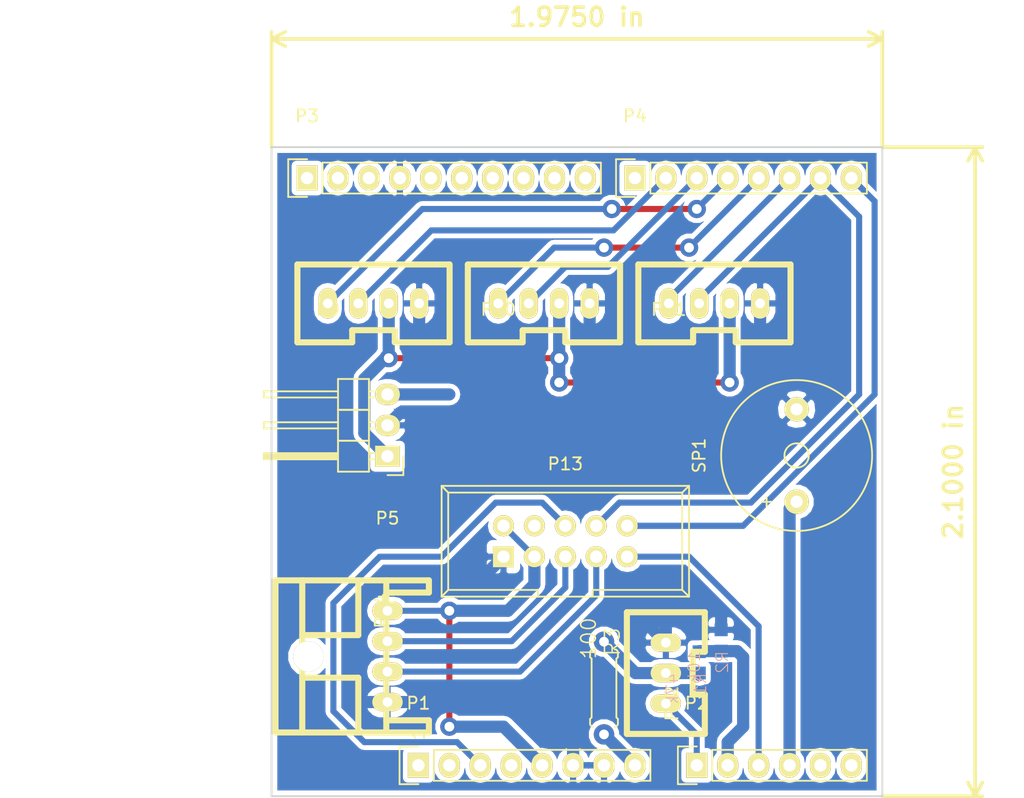
<source format=kicad_pcb>
(kicad_pcb (version 4) (host pcbnew 4.0.2-stable)

  (general
    (links 39)
    (no_connects 3)
    (area 104.572999 61.285 192.658 126.440001)
    (thickness 1.6)
    (drawings 24)
    (tracks 141)
    (zones 0)
    (modules 15)
    (nets 22)
  )

  (page A4)
  (title_block
    (date "lun. 30 mars 2015")
  )

  (layers
    (0 F.Cu signal)
    (31 B.Cu signal)
    (32 B.Adhes user)
    (33 F.Adhes user)
    (34 B.Paste user)
    (35 F.Paste user)
    (36 B.SilkS user)
    (37 F.SilkS user)
    (38 B.Mask user)
    (39 F.Mask user)
    (40 Dwgs.User user)
    (41 Cmts.User user)
    (42 Eco1.User user)
    (43 Eco2.User user)
    (44 Edge.Cuts user)
    (45 Margin user)
    (46 B.CrtYd user)
    (47 F.CrtYd user)
    (48 B.Fab user)
    (49 F.Fab user)
  )

  (setup
    (last_trace_width 0.25)
    (user_trace_width 0.5)
    (user_trace_width 1)
    (trace_clearance 0.25)
    (zone_clearance 0.4)
    (zone_45_only no)
    (trace_min 0.2)
    (segment_width 0.15)
    (edge_width 0.15)
    (via_size 0.6)
    (via_drill 0.4)
    (via_min_size 0.4)
    (via_min_drill 0.3)
    (user_via 1.5 0.8)
    (user_via 6 3)
    (uvia_size 0.3)
    (uvia_drill 0.1)
    (uvias_allowed no)
    (uvia_min_size 0.2)
    (uvia_min_drill 0.1)
    (pcb_text_width 0.3)
    (pcb_text_size 1.5 1.5)
    (mod_edge_width 0.15)
    (mod_text_size 1 1)
    (mod_text_width 0.15)
    (pad_size 2.5 2.5)
    (pad_drill 2.5)
    (pad_to_mask_clearance 0)
    (aux_axis_origin 110.998 126.365)
    (grid_origin 110.998 126.365)
    (visible_elements 7FFFFFFF)
    (pcbplotparams
      (layerselection 0x01000_80000000)
      (usegerberextensions false)
      (excludeedgelayer true)
      (linewidth 0.100000)
      (plotframeref false)
      (viasonmask false)
      (mode 1)
      (useauxorigin false)
      (hpglpennumber 1)
      (hpglpenspeed 20)
      (hpglpendiameter 15)
      (hpglpenoverlay 2)
      (psnegative false)
      (psa4output false)
      (plotreference true)
      (plotvalue true)
      (plotinvisibletext false)
      (padsonsilk false)
      (subtractmaskfromsilk false)
      (outputformat 1)
      (mirror false)
      (drillshape 0)
      (scaleselection 1)
      (outputdirectory ""))
  )

  (net 0 "")
  (net 1 /Reset)
  (net 2 +5V)
  (net 3 GND)
  (net 4 /Vin)
  (net 5 /A0)
  (net 6 /A1)
  (net 7 "/A4(SDA)")
  (net 8 "/A5(SCL)")
  (net 9 "/6(**)")
  (net 10 "/5(**)")
  (net 11 /4)
  (net 12 "/3(**)")
  (net 13 /2)
  (net 14 "/1(Tx)")
  (net 15 "/0(Rx)")
  (net 16 USB_DM)
  (net 17 USB_DP)
  (net 18 /A2)
  (net 19 /A3)
  (net 20 5V_rerays)
  (net 21 "Net-(P12-Pad2)")

  (net_class Default "This is the default net class."
    (clearance 0.25)
    (trace_width 0.25)
    (via_dia 0.6)
    (via_drill 0.4)
    (uvia_dia 0.3)
    (uvia_drill 0.1)
    (add_net +5V)
    (add_net "/0(Rx)")
    (add_net "/1(Tx)")
    (add_net /2)
    (add_net "/3(**)")
    (add_net /4)
    (add_net "/5(**)")
    (add_net "/6(**)")
    (add_net /A0)
    (add_net /A1)
    (add_net /A2)
    (add_net /A3)
    (add_net "/A4(SDA)")
    (add_net "/A5(SCL)")
    (add_net /Reset)
    (add_net /Vin)
    (add_net 5V_rerays)
    (add_net GND)
    (add_net "Net-(P12-Pad2)")
    (add_net USB_DM)
    (add_net USB_DP)
  )

  (module RP_KiCAD_Connector:XA_3T (layer F.Cu) (tedit 5704715B) (tstamp 570E7FA9)
    (at 159.258 118.745 90)
    (path /570D6FBC)
    (fp_text reference P12 (at 0 0.5 90) (layer F.SilkS)
      (effects (font (size 1 1) (thickness 0.15)))
    )
    (fp_text value CONN_01X03 (at 0 -0.5 90) (layer F.Fab)
      (effects (font (size 1 1) (thickness 0.15)))
    )
    (fp_line (start 0.75 2.2) (end 4.25 2.2) (layer F.SilkS) (width 0.5))
    (fp_line (start 4.25 2.2) (end 4.25 3.2) (layer F.SilkS) (width 0.5))
    (fp_line (start 4.25 3.2) (end 7.5 3.2) (layer F.SilkS) (width 0.5))
    (fp_line (start -2.5 3.2) (end 0.75 3.2) (layer F.SilkS) (width 0.5))
    (fp_line (start 0.75 3.2) (end 0.75 2.2) (layer F.SilkS) (width 0.5))
    (fp_line (start -2.5 -3.2) (end 7.5 -3.2) (layer F.SilkS) (width 0.5))
    (fp_line (start 7.5 -3.2) (end 7.5 3.2) (layer F.SilkS) (width 0.5))
    (fp_line (start -2.5 -3.2) (end -2.5 3.2) (layer F.SilkS) (width 0.5))
    (pad 3 thru_hole oval (at 0 0 90) (size 1.5 2.5) (drill 0.8) (layers *.Cu *.Mask F.SilkS)
      (net 5 /A0))
    (pad 2 thru_hole oval (at 2.5 0 90) (size 1.5 2.5) (drill 0.8) (layers *.Cu *.Mask F.SilkS)
      (net 21 "Net-(P12-Pad2)"))
    (pad 1 thru_hole oval (at 5 0 90) (size 1.5 2.5) (drill 0.8) (layers *.Cu *.Mask F.SilkS)
      (net 3 GND))
    (model conn_XA/XA_3T.wrl
      (at (xyz 0.1 0 0))
      (scale (xyz 4 4 4))
      (rotate (xyz -90 0 0))
    )
  )

  (module Connect:IDC_Header_Straight_10pins (layer F.Cu) (tedit 0) (tstamp 570E7FB7)
    (at 145.923 106.68)
    (descr "10 pins through hole IDC header")
    (tags "IDC header socket VASCH")
    (path /570D01D6)
    (fp_text reference P13 (at 5.08 -7.62) (layer F.SilkS)
      (effects (font (size 1 1) (thickness 0.15)))
    )
    (fp_text value CONN_02X05 (at 5.08 5.223) (layer F.Fab)
      (effects (font (size 1 1) (thickness 0.15)))
    )
    (fp_line (start -5.08 -5.82) (end 15.24 -5.82) (layer F.SilkS) (width 0.15))
    (fp_line (start -4.54 -5.27) (end 14.68 -5.27) (layer F.SilkS) (width 0.15))
    (fp_line (start -5.08 3.28) (end 15.24 3.28) (layer F.SilkS) (width 0.15))
    (fp_line (start -4.54 2.73) (end 2.83 2.73) (layer F.SilkS) (width 0.15))
    (fp_line (start 7.33 2.73) (end 14.68 2.73) (layer F.SilkS) (width 0.15))
    (fp_line (start 2.83 2.73) (end 2.83 3.28) (layer F.SilkS) (width 0.15))
    (fp_line (start 7.33 2.73) (end 7.33 3.28) (layer F.SilkS) (width 0.15))
    (fp_line (start -5.08 -5.82) (end -5.08 3.28) (layer F.SilkS) (width 0.15))
    (fp_line (start -4.54 -5.27) (end -4.54 2.73) (layer F.SilkS) (width 0.15))
    (fp_line (start 15.24 -5.82) (end 15.24 3.28) (layer F.SilkS) (width 0.15))
    (fp_line (start 14.68 -5.27) (end 14.68 2.73) (layer F.SilkS) (width 0.15))
    (fp_line (start -5.08 -5.82) (end -4.54 -5.27) (layer F.SilkS) (width 0.15))
    (fp_line (start 15.24 -5.82) (end 14.68 -5.27) (layer F.SilkS) (width 0.15))
    (fp_line (start -5.08 3.28) (end -4.54 2.73) (layer F.SilkS) (width 0.15))
    (fp_line (start 15.24 3.28) (end 14.68 2.73) (layer F.SilkS) (width 0.15))
    (fp_line (start -5.35 -6.05) (end 15.5 -6.05) (layer F.CrtYd) (width 0.05))
    (fp_line (start 15.5 -6.05) (end 15.5 3.55) (layer F.CrtYd) (width 0.05))
    (fp_line (start 15.5 3.55) (end -5.35 3.55) (layer F.CrtYd) (width 0.05))
    (fp_line (start -5.35 3.55) (end -5.35 -6.05) (layer F.CrtYd) (width 0.05))
    (pad 1 thru_hole rect (at 0 0) (size 1.7272 1.7272) (drill 1.016) (layers *.Cu *.Mask F.SilkS)
      (net 3 GND))
    (pad 2 thru_hole oval (at 0 -2.54) (size 1.7272 1.7272) (drill 1.016) (layers *.Cu *.Mask F.SilkS)
      (net 2 +5V))
    (pad 3 thru_hole oval (at 2.54 0) (size 1.7272 1.7272) (drill 1.016) (layers *.Cu *.Mask F.SilkS)
      (net 2 +5V))
    (pad 4 thru_hole oval (at 2.54 -2.54) (size 1.7272 1.7272) (drill 1.016) (layers *.Cu *.Mask F.SilkS))
    (pad 5 thru_hole oval (at 5.08 0) (size 1.7272 1.7272) (drill 1.016) (layers *.Cu *.Mask F.SilkS)
      (net 16 USB_DM))
    (pad 6 thru_hole oval (at 5.08 -2.54) (size 1.7272 1.7272) (drill 1.016) (layers *.Cu *.Mask F.SilkS)
      (net 1 /Reset))
    (pad 7 thru_hole oval (at 7.62 0) (size 1.7272 1.7272) (drill 1.016) (layers *.Cu *.Mask F.SilkS)
      (net 17 USB_DP))
    (pad 8 thru_hole oval (at 7.62 -2.54) (size 1.7272 1.7272) (drill 1.016) (layers *.Cu *.Mask F.SilkS)
      (net 14 "/1(Tx)"))
    (pad 9 thru_hole oval (at 10.16 0) (size 1.7272 1.7272) (drill 1.016) (layers *.Cu *.Mask F.SilkS)
      (net 18 /A2))
    (pad 10 thru_hole oval (at 10.16 -2.54) (size 1.7272 1.7272) (drill 1.016) (layers *.Cu *.Mask F.SilkS)
      (net 15 "/0(Rx)"))
    (model connectors/header_sockets/header_5x2.wrl
      (at (xyz 0.2 0.05 0))
      (scale (xyz 1 1 1))
      (rotate (xyz 0 0 0))
    )
  )

  (module RP_KiCAD_Connector:XA_4T (layer F.Cu) (tedit 57047150) (tstamp 570E7F92)
    (at 131.498 85.865)
    (path /570CCF45)
    (fp_text reference P9 (at 0 0.5) (layer F.SilkS)
      (effects (font (size 1 1) (thickness 0.15)))
    )
    (fp_text value CONN_01X04 (at 0 -0.5) (layer F.Fab)
      (effects (font (size 1 1) (thickness 0.15)))
    )
    (fp_line (start -2.5 3.2) (end 2 3.2) (layer F.SilkS) (width 0.5))
    (fp_line (start 2 3.2) (end 2 2.2) (layer F.SilkS) (width 0.5))
    (fp_line (start 2 2.2) (end 5.5 2.2) (layer F.SilkS) (width 0.5))
    (fp_line (start 5.5 2.2) (end 5.5 3.2) (layer F.SilkS) (width 0.5))
    (fp_line (start 5.5 3.2) (end 10 3.2) (layer F.SilkS) (width 0.5))
    (fp_line (start 10 -3.2) (end -2.5 -3.2) (layer F.SilkS) (width 0.5))
    (fp_line (start 10 3.2) (end 10 -3.2) (layer F.SilkS) (width 0.5))
    (fp_line (start -2.5 -3.2) (end -2.5 3.2) (layer F.SilkS) (width 0.5))
    (pad 4 thru_hole oval (at 0 0) (size 1.5 2.5) (drill 0.8) (layers *.Cu *.Mask F.SilkS)
      (net 11 /4))
    (pad 3 thru_hole oval (at 2.5 0) (size 1.5 2.5) (drill 0.8) (layers *.Cu *.Mask F.SilkS)
      (net 9 "/6(**)"))
    (pad 2 thru_hole oval (at 5 0) (size 1.5 2.5) (drill 0.8) (layers *.Cu *.Mask F.SilkS)
      (net 20 5V_rerays))
    (pad 1 thru_hole oval (at 7.5 0) (size 1.5 2.5) (drill 0.8) (layers *.Cu *.Mask F.SilkS)
      (net 3 GND))
    (model conn_XA/XA_4T.wrl
      (at (xyz 0.15 0 0))
      (scale (xyz 3.95 3.95 3.95))
      (rotate (xyz -90 0 0))
    )
  )

  (module RP_KiCAD_Connector:XA_4T (layer F.Cu) (tedit 57047150) (tstamp 570E7F9A)
    (at 145.498 85.865)
    (path /570CCE87)
    (fp_text reference P10 (at 0 0.5) (layer F.SilkS)
      (effects (font (size 1 1) (thickness 0.15)))
    )
    (fp_text value CONN_01X04 (at 0 -0.5) (layer F.Fab)
      (effects (font (size 1 1) (thickness 0.15)))
    )
    (fp_line (start -2.5 3.2) (end 2 3.2) (layer F.SilkS) (width 0.5))
    (fp_line (start 2 3.2) (end 2 2.2) (layer F.SilkS) (width 0.5))
    (fp_line (start 2 2.2) (end 5.5 2.2) (layer F.SilkS) (width 0.5))
    (fp_line (start 5.5 2.2) (end 5.5 3.2) (layer F.SilkS) (width 0.5))
    (fp_line (start 5.5 3.2) (end 10 3.2) (layer F.SilkS) (width 0.5))
    (fp_line (start 10 -3.2) (end -2.5 -3.2) (layer F.SilkS) (width 0.5))
    (fp_line (start 10 3.2) (end 10 -3.2) (layer F.SilkS) (width 0.5))
    (fp_line (start -2.5 -3.2) (end -2.5 3.2) (layer F.SilkS) (width 0.5))
    (pad 4 thru_hole oval (at 0 0) (size 1.5 2.5) (drill 0.8) (layers *.Cu *.Mask F.SilkS)
      (net 12 "/3(**)"))
    (pad 3 thru_hole oval (at 2.5 0) (size 1.5 2.5) (drill 0.8) (layers *.Cu *.Mask F.SilkS)
      (net 10 "/5(**)"))
    (pad 2 thru_hole oval (at 5 0) (size 1.5 2.5) (drill 0.8) (layers *.Cu *.Mask F.SilkS)
      (net 20 5V_rerays))
    (pad 1 thru_hole oval (at 7.5 0) (size 1.5 2.5) (drill 0.8) (layers *.Cu *.Mask F.SilkS)
      (net 3 GND))
    (model conn_XA/XA_4T.wrl
      (at (xyz 0.15 0 0))
      (scale (xyz 3.95 3.95 3.95))
      (rotate (xyz -90 0 0))
    )
  )

  (module RP_KiCAD_Connector:XA_4T (layer F.Cu) (tedit 57047150) (tstamp 570E7FA2)
    (at 159.498 85.865)
    (path /570CCEF4)
    (fp_text reference P11 (at 0 0.5) (layer F.SilkS)
      (effects (font (size 1 1) (thickness 0.15)))
    )
    (fp_text value CONN_01X04 (at 0 -0.5) (layer F.Fab)
      (effects (font (size 1 1) (thickness 0.15)))
    )
    (fp_line (start -2.5 3.2) (end 2 3.2) (layer F.SilkS) (width 0.5))
    (fp_line (start 2 3.2) (end 2 2.2) (layer F.SilkS) (width 0.5))
    (fp_line (start 2 2.2) (end 5.5 2.2) (layer F.SilkS) (width 0.5))
    (fp_line (start 5.5 2.2) (end 5.5 3.2) (layer F.SilkS) (width 0.5))
    (fp_line (start 5.5 3.2) (end 10 3.2) (layer F.SilkS) (width 0.5))
    (fp_line (start 10 -3.2) (end -2.5 -3.2) (layer F.SilkS) (width 0.5))
    (fp_line (start 10 3.2) (end 10 -3.2) (layer F.SilkS) (width 0.5))
    (fp_line (start -2.5 -3.2) (end -2.5 3.2) (layer F.SilkS) (width 0.5))
    (pad 4 thru_hole oval (at 0 0) (size 1.5 2.5) (drill 0.8) (layers *.Cu *.Mask F.SilkS)
      (net 13 /2))
    (pad 3 thru_hole oval (at 2.5 0) (size 1.5 2.5) (drill 0.8) (layers *.Cu *.Mask F.SilkS)
      (net 14 "/1(Tx)"))
    (pad 2 thru_hole oval (at 5 0) (size 1.5 2.5) (drill 0.8) (layers *.Cu *.Mask F.SilkS)
      (net 20 5V_rerays))
    (pad 1 thru_hole oval (at 7.5 0) (size 1.5 2.5) (drill 0.8) (layers *.Cu *.Mask F.SilkS)
      (net 3 GND))
    (model conn_XA/XA_4T.wrl
      (at (xyz 0.15 0 0))
      (scale (xyz 3.95 3.95 3.95))
      (rotate (xyz -90 0 0))
    )
  )

  (module RP_KiCAD_Connector:XA_4S (layer F.Cu) (tedit 572FF5B9) (tstamp 570E7FC0)
    (at 136.398 111.125 270)
    (path /570D0397)
    (fp_text reference P14 (at 0 0.5 270) (layer F.SilkS)
      (effects (font (size 1 1) (thickness 0.15)))
    )
    (fp_text value CONN_01X04 (at 0 -0.5 270) (layer F.Fab)
      (effects (font (size 1 1) (thickness 0.15)))
    )
    (fp_line (start 10 -3.4) (end 9 -3.4) (layer F.SilkS) (width 0.5))
    (fp_line (start 9 -3.4) (end 9 0.1) (layer F.SilkS) (width 0.5))
    (fp_line (start -2.5 -3.4) (end -1.5 -3.4) (layer F.SilkS) (width 0.5))
    (fp_line (start -1.5 -3.4) (end -1.5 0.1) (layer F.SilkS) (width 0.5))
    (fp_line (start 10 0.1) (end -2.5 0.1) (layer F.SilkS) (width 0.5))
    (fp_line (start 5.5 2.4) (end 10 2.4) (layer F.SilkS) (width 0.5))
    (fp_line (start 2 2.4) (end -2.5 2.4) (layer F.SilkS) (width 0.5))
    (fp_line (start 5.5 2.4) (end 5.5 7) (layer F.SilkS) (width 0.5))
    (fp_line (start 2 2.4) (end 2 7) (layer F.SilkS) (width 0.5))
    (fp_line (start -2.5 7) (end 10 7) (layer F.SilkS) (width 0.5))
    (fp_line (start 10 -3.4) (end 10 9.2) (layer F.SilkS) (width 0.5))
    (fp_line (start 10 9.2) (end -2.5 9.2) (layer F.SilkS) (width 0.5))
    (fp_line (start -2.5 -3.4) (end -2.5 9.2) (layer F.SilkS) (width 0.5))
    (pad 1 thru_hole oval (at 0 0 270) (size 1.5 2.5) (drill 0.8) (layers *.Cu *.Mask F.SilkS)
      (net 2 +5V))
    (pad 2 thru_hole oval (at 2.5 0 270) (size 1.5 2.5) (drill 0.8) (layers *.Cu *.Mask F.SilkS)
      (net 16 USB_DM))
    (pad 3 thru_hole oval (at 5 0 270) (size 1.5 2.5) (drill 0.8) (layers *.Cu *.Mask F.SilkS)
      (net 17 USB_DP))
    (pad 4 thru_hole oval (at 7.5 0 270) (size 1.5 2.5) (drill 0.8) (layers *.Cu *.Mask F.SilkS)
      (net 3 GND))
    (pad "" thru_hole circle (at 3.75 6.5 270) (size 2.5 2.5) (drill 2.5) (layers *.Cu *.Mask F.SilkS))
    (model conn_XA/XA_4S.wrl
      (at (xyz 0.15 -0.2 0))
      (scale (xyz 4 4 4))
      (rotate (xyz 0 0 180))
    )
  )

  (module Buzzers_Beepers:Buzzer_12x9.5RM7.6 (layer F.Cu) (tedit 544E361A) (tstamp 57280A5D)
    (at 169.998 98.365 90)
    (descr "Generic Buzzer, D12mm height 9.5mm with RM7.6mm")
    (tags buzzer)
    (path /571B040A)
    (fp_text reference SP1 (at 0 -8.001 90) (layer F.SilkS)
      (effects (font (size 1 1) (thickness 0.15)))
    )
    (fp_text value SPEAKER (at -1.00076 8.001 90) (layer F.Fab)
      (effects (font (size 1 1) (thickness 0.15)))
    )
    (fp_circle (center 0 0) (end 1.00076 0) (layer F.SilkS) (width 0.15))
    (fp_text user + (at -3.81 -2.54 90) (layer F.SilkS)
      (effects (font (size 1 1) (thickness 0.15)))
    )
    (fp_circle (center 0 0) (end 6.20014 0) (layer F.SilkS) (width 0.15))
    (pad 1 thru_hole circle (at -3.79984 0 90) (size 2 2) (drill 1.00076) (layers *.Cu *.Mask F.SilkS)
      (net 19 /A3))
    (pad 2 thru_hole circle (at 3.79984 0 90) (size 2 2) (drill 1.00076) (layers *.Cu *.Mask F.SilkS)
      (net 3 GND))
    (model Buzzers_Beepers.3dshapes/Buzzer_12x9.5RM7.6.wrl
      (at (xyz 0 0 0))
      (scale (xyz 4 4 4))
      (rotate (xyz 0 0 0))
    )
  )

  (module RP_KiCAD_Libs:C0603K (layer B.Cu) (tedit 0) (tstamp 572DD528)
    (at 161.998 115.365 90)
    (descr "<b>Ceramic Chip Capacitor KEMET 0603 reflow solder</b><p>\nMetric Code Size 1608")
    (path /572DD516)
    (fp_text reference R1 (at -0.8 0.65 90) (layer B.SilkS)
      (effects (font (size 0.9652 0.9652) (thickness 0.08128)) (justify left bottom mirror))
    )
    (fp_text value 47k (at -0.8 -1.65 90) (layer B.SilkS)
      (effects (font (size 0.9652 0.9652) (thickness 0.08128)) (justify left bottom mirror))
    )
    (fp_line (start -0.725 0.35) (end 0.725 0.35) (layer Dwgs.User) (width 0.1016))
    (fp_line (start 0.725 -0.35) (end -0.725 -0.35) (layer Dwgs.User) (width 0.1016))
    (fp_poly (pts (xy -0.8 -0.4) (xy -0.45 -0.4) (xy -0.45 0.4) (xy -0.8 0.4)) (layer Dwgs.User) (width 0))
    (fp_poly (pts (xy 0.45 -0.4) (xy 0.8 -0.4) (xy 0.8 0.4) (xy 0.45 0.4)) (layer Dwgs.User) (width 0))
    (pad 1 smd rect (at -0.875 0 90) (size 1.05 1.08) (layers B.Cu B.Paste B.Mask)
      (net 21 "Net-(P12-Pad2)"))
    (pad 2 smd rect (at 0.875 0 90) (size 1.05 1.08) (layers B.Cu B.Paste B.Mask)
      (net 6 /A1))
    (model Resistors_SMD.3dshapes/R_0603.wrl
      (at (xyz 0 0 0))
      (scale (xyz 1 1 1))
      (rotate (xyz 0 0 0))
    )
  )

  (module RP_KiCAD_Libs:C0603K (layer B.Cu) (tedit 0) (tstamp 572DD52E)
    (at 163.798 113.565 90)
    (descr "<b>Ceramic Chip Capacitor KEMET 0603 reflow solder</b><p>\nMetric Code Size 1608")
    (path /572DD709)
    (fp_text reference R2 (at -0.8 0.65 90) (layer B.SilkS)
      (effects (font (size 0.9652 0.9652) (thickness 0.08128)) (justify left bottom mirror))
    )
    (fp_text value 10k (at -0.8 -1.65 90) (layer B.SilkS)
      (effects (font (size 0.9652 0.9652) (thickness 0.08128)) (justify left bottom mirror))
    )
    (fp_line (start -0.725 0.35) (end 0.725 0.35) (layer Dwgs.User) (width 0.1016))
    (fp_line (start 0.725 -0.35) (end -0.725 -0.35) (layer Dwgs.User) (width 0.1016))
    (fp_poly (pts (xy -0.8 -0.4) (xy -0.45 -0.4) (xy -0.45 0.4) (xy -0.8 0.4)) (layer Dwgs.User) (width 0))
    (fp_poly (pts (xy 0.45 -0.4) (xy 0.8 -0.4) (xy 0.8 0.4) (xy 0.45 0.4)) (layer Dwgs.User) (width 0))
    (pad 1 smd rect (at -0.875 0 90) (size 1.05 1.08) (layers B.Cu B.Paste B.Mask)
      (net 6 /A1))
    (pad 2 smd rect (at 0.875 0 90) (size 1.05 1.08) (layers B.Cu B.Paste B.Mask)
      (net 3 GND))
    (model Resistors_SMD.3dshapes/R_0603.wrl
      (at (xyz 0 0 0))
      (scale (xyz 1 1 1))
      (rotate (xyz 0 0 0))
    )
  )

  (module Socket_Strips:Socket_Strip_Straight_1x08 locked (layer F.Cu) (tedit 0) (tstamp 572DD5AF)
    (at 138.938 123.825)
    (descr "Through hole socket strip")
    (tags "socket strip")
    (path /5517C2C1)
    (fp_text reference P1 (at 0 -5.1) (layer F.SilkS)
      (effects (font (size 1 1) (thickness 0.15)))
    )
    (fp_text value Power (at 0 -3.1) (layer F.Fab)
      (effects (font (size 1 1) (thickness 0.15)))
    )
    (fp_line (start -1.75 -1.75) (end -1.75 1.75) (layer F.CrtYd) (width 0.05))
    (fp_line (start 19.55 -1.75) (end 19.55 1.75) (layer F.CrtYd) (width 0.05))
    (fp_line (start -1.75 -1.75) (end 19.55 -1.75) (layer F.CrtYd) (width 0.05))
    (fp_line (start -1.75 1.75) (end 19.55 1.75) (layer F.CrtYd) (width 0.05))
    (fp_line (start 1.27 1.27) (end 19.05 1.27) (layer F.SilkS) (width 0.15))
    (fp_line (start 19.05 1.27) (end 19.05 -1.27) (layer F.SilkS) (width 0.15))
    (fp_line (start 19.05 -1.27) (end 1.27 -1.27) (layer F.SilkS) (width 0.15))
    (fp_line (start -1.55 1.55) (end 0 1.55) (layer F.SilkS) (width 0.15))
    (fp_line (start 1.27 1.27) (end 1.27 -1.27) (layer F.SilkS) (width 0.15))
    (fp_line (start 0 -1.55) (end -1.55 -1.55) (layer F.SilkS) (width 0.15))
    (fp_line (start -1.55 -1.55) (end -1.55 1.55) (layer F.SilkS) (width 0.15))
    (pad 1 thru_hole rect (at 0 0) (size 1.7272 2.032) (drill 1.016) (layers *.Cu *.Mask F.SilkS))
    (pad 2 thru_hole oval (at 2.54 0) (size 1.7272 2.032) (drill 1.016) (layers *.Cu *.Mask F.SilkS))
    (pad 3 thru_hole oval (at 5.08 0) (size 1.7272 2.032) (drill 1.016) (layers *.Cu *.Mask F.SilkS)
      (net 1 /Reset))
    (pad 4 thru_hole oval (at 7.62 0) (size 1.7272 2.032) (drill 1.016) (layers *.Cu *.Mask F.SilkS))
    (pad 5 thru_hole oval (at 10.16 0) (size 1.7272 2.032) (drill 1.016) (layers *.Cu *.Mask F.SilkS)
      (net 2 +5V))
    (pad 6 thru_hole oval (at 12.7 0) (size 1.7272 2.032) (drill 1.016) (layers *.Cu *.Mask F.SilkS)
      (net 3 GND))
    (pad 7 thru_hole oval (at 15.24 0) (size 1.7272 2.032) (drill 1.016) (layers *.Cu *.Mask F.SilkS)
      (net 3 GND))
    (pad 8 thru_hole oval (at 17.78 0) (size 1.7272 2.032) (drill 1.016) (layers *.Cu *.Mask F.SilkS)
      (net 4 /Vin))
    (model Socket_Strips.3dshapes/Socket_Strip_Straight_1x08.wrl
      (at (xyz 0.35 0 0))
      (scale (xyz 1 1 1))
      (rotate (xyz 0 0 180))
    )
  )

  (module Socket_Strips:Socket_Strip_Straight_1x06 locked (layer F.Cu) (tedit 0) (tstamp 572DD5BA)
    (at 161.798 123.825)
    (descr "Through hole socket strip")
    (tags "socket strip")
    (path /5517C323)
    (fp_text reference P2 (at 0 -5.1) (layer F.SilkS)
      (effects (font (size 1 1) (thickness 0.15)))
    )
    (fp_text value Analog (at 0 -3.1) (layer F.Fab)
      (effects (font (size 1 1) (thickness 0.15)))
    )
    (fp_line (start -1.75 -1.75) (end -1.75 1.75) (layer F.CrtYd) (width 0.05))
    (fp_line (start 14.45 -1.75) (end 14.45 1.75) (layer F.CrtYd) (width 0.05))
    (fp_line (start -1.75 -1.75) (end 14.45 -1.75) (layer F.CrtYd) (width 0.05))
    (fp_line (start -1.75 1.75) (end 14.45 1.75) (layer F.CrtYd) (width 0.05))
    (fp_line (start 1.27 1.27) (end 13.97 1.27) (layer F.SilkS) (width 0.15))
    (fp_line (start 13.97 1.27) (end 13.97 -1.27) (layer F.SilkS) (width 0.15))
    (fp_line (start 13.97 -1.27) (end 1.27 -1.27) (layer F.SilkS) (width 0.15))
    (fp_line (start -1.55 1.55) (end 0 1.55) (layer F.SilkS) (width 0.15))
    (fp_line (start 1.27 1.27) (end 1.27 -1.27) (layer F.SilkS) (width 0.15))
    (fp_line (start 0 -1.55) (end -1.55 -1.55) (layer F.SilkS) (width 0.15))
    (fp_line (start -1.55 -1.55) (end -1.55 1.55) (layer F.SilkS) (width 0.15))
    (pad 1 thru_hole rect (at 0 0) (size 1.7272 2.032) (drill 1.016) (layers *.Cu *.Mask F.SilkS)
      (net 5 /A0))
    (pad 2 thru_hole oval (at 2.54 0) (size 1.7272 2.032) (drill 1.016) (layers *.Cu *.Mask F.SilkS)
      (net 6 /A1))
    (pad 3 thru_hole oval (at 5.08 0) (size 1.7272 2.032) (drill 1.016) (layers *.Cu *.Mask F.SilkS)
      (net 18 /A2))
    (pad 4 thru_hole oval (at 7.62 0) (size 1.7272 2.032) (drill 1.016) (layers *.Cu *.Mask F.SilkS)
      (net 19 /A3))
    (pad 5 thru_hole oval (at 10.16 0) (size 1.7272 2.032) (drill 1.016) (layers *.Cu *.Mask F.SilkS)
      (net 7 "/A4(SDA)"))
    (pad 6 thru_hole oval (at 12.7 0) (size 1.7272 2.032) (drill 1.016) (layers *.Cu *.Mask F.SilkS)
      (net 8 "/A5(SCL)"))
    (model Socket_Strips.3dshapes/Socket_Strip_Straight_1x06.wrl
      (at (xyz 0.25 0 0))
      (scale (xyz 1 1 1))
      (rotate (xyz 0 0 180))
    )
  )

  (module Socket_Strips:Socket_Strip_Straight_1x10 locked (layer F.Cu) (tedit 0) (tstamp 572DD5C3)
    (at 129.794 75.565)
    (descr "Through hole socket strip")
    (tags "socket strip")
    (path /5517C46C)
    (fp_text reference P3 (at 0 -5.1) (layer F.SilkS)
      (effects (font (size 1 1) (thickness 0.15)))
    )
    (fp_text value Digital (at 0 -3.1) (layer F.Fab)
      (effects (font (size 1 1) (thickness 0.15)))
    )
    (fp_line (start -1.75 -1.75) (end -1.75 1.75) (layer F.CrtYd) (width 0.05))
    (fp_line (start 24.65 -1.75) (end 24.65 1.75) (layer F.CrtYd) (width 0.05))
    (fp_line (start -1.75 -1.75) (end 24.65 -1.75) (layer F.CrtYd) (width 0.05))
    (fp_line (start -1.75 1.75) (end 24.65 1.75) (layer F.CrtYd) (width 0.05))
    (fp_line (start 1.27 1.27) (end 24.13 1.27) (layer F.SilkS) (width 0.15))
    (fp_line (start 24.13 1.27) (end 24.13 -1.27) (layer F.SilkS) (width 0.15))
    (fp_line (start 24.13 -1.27) (end 1.27 -1.27) (layer F.SilkS) (width 0.15))
    (fp_line (start -1.55 1.55) (end 0 1.55) (layer F.SilkS) (width 0.15))
    (fp_line (start 1.27 1.27) (end 1.27 -1.27) (layer F.SilkS) (width 0.15))
    (fp_line (start 0 -1.55) (end -1.55 -1.55) (layer F.SilkS) (width 0.15))
    (fp_line (start -1.55 -1.55) (end -1.55 1.55) (layer F.SilkS) (width 0.15))
    (pad 1 thru_hole rect (at 0 0) (size 1.7272 2.032) (drill 1.016) (layers *.Cu *.Mask F.SilkS)
      (net 8 "/A5(SCL)"))
    (pad 2 thru_hole oval (at 2.54 0) (size 1.7272 2.032) (drill 1.016) (layers *.Cu *.Mask F.SilkS)
      (net 7 "/A4(SDA)"))
    (pad 3 thru_hole oval (at 5.08 0) (size 1.7272 2.032) (drill 1.016) (layers *.Cu *.Mask F.SilkS))
    (pad 4 thru_hole oval (at 7.62 0) (size 1.7272 2.032) (drill 1.016) (layers *.Cu *.Mask F.SilkS)
      (net 3 GND))
    (pad 5 thru_hole oval (at 10.16 0) (size 1.7272 2.032) (drill 1.016) (layers *.Cu *.Mask F.SilkS))
    (pad 6 thru_hole oval (at 12.7 0) (size 1.7272 2.032) (drill 1.016) (layers *.Cu *.Mask F.SilkS))
    (pad 7 thru_hole oval (at 15.24 0) (size 1.7272 2.032) (drill 1.016) (layers *.Cu *.Mask F.SilkS))
    (pad 8 thru_hole oval (at 17.78 0) (size 1.7272 2.032) (drill 1.016) (layers *.Cu *.Mask F.SilkS))
    (pad 9 thru_hole oval (at 20.32 0) (size 1.7272 2.032) (drill 1.016) (layers *.Cu *.Mask F.SilkS))
    (pad 10 thru_hole oval (at 22.86 0) (size 1.7272 2.032) (drill 1.016) (layers *.Cu *.Mask F.SilkS))
    (model Socket_Strips.3dshapes/Socket_Strip_Straight_1x10.wrl
      (at (xyz 0.45 0 0))
      (scale (xyz 1 1 1))
      (rotate (xyz 0 0 180))
    )
  )

  (module Socket_Strips:Socket_Strip_Straight_1x08 locked (layer F.Cu) (tedit 0) (tstamp 572DD5D0)
    (at 156.718 75.565)
    (descr "Through hole socket strip")
    (tags "socket strip")
    (path /5517C366)
    (fp_text reference P4 (at 0 -5.1) (layer F.SilkS)
      (effects (font (size 1 1) (thickness 0.15)))
    )
    (fp_text value Digital (at 0 -3.1) (layer F.Fab)
      (effects (font (size 1 1) (thickness 0.15)))
    )
    (fp_line (start -1.75 -1.75) (end -1.75 1.75) (layer F.CrtYd) (width 0.05))
    (fp_line (start 19.55 -1.75) (end 19.55 1.75) (layer F.CrtYd) (width 0.05))
    (fp_line (start -1.75 -1.75) (end 19.55 -1.75) (layer F.CrtYd) (width 0.05))
    (fp_line (start -1.75 1.75) (end 19.55 1.75) (layer F.CrtYd) (width 0.05))
    (fp_line (start 1.27 1.27) (end 19.05 1.27) (layer F.SilkS) (width 0.15))
    (fp_line (start 19.05 1.27) (end 19.05 -1.27) (layer F.SilkS) (width 0.15))
    (fp_line (start 19.05 -1.27) (end 1.27 -1.27) (layer F.SilkS) (width 0.15))
    (fp_line (start -1.55 1.55) (end 0 1.55) (layer F.SilkS) (width 0.15))
    (fp_line (start 1.27 1.27) (end 1.27 -1.27) (layer F.SilkS) (width 0.15))
    (fp_line (start 0 -1.55) (end -1.55 -1.55) (layer F.SilkS) (width 0.15))
    (fp_line (start -1.55 -1.55) (end -1.55 1.55) (layer F.SilkS) (width 0.15))
    (pad 1 thru_hole rect (at 0 0) (size 1.7272 2.032) (drill 1.016) (layers *.Cu *.Mask F.SilkS))
    (pad 2 thru_hole oval (at 2.54 0) (size 1.7272 2.032) (drill 1.016) (layers *.Cu *.Mask F.SilkS)
      (net 9 "/6(**)"))
    (pad 3 thru_hole oval (at 5.08 0) (size 1.7272 2.032) (drill 1.016) (layers *.Cu *.Mask F.SilkS)
      (net 10 "/5(**)"))
    (pad 4 thru_hole oval (at 7.62 0) (size 1.7272 2.032) (drill 1.016) (layers *.Cu *.Mask F.SilkS)
      (net 11 /4))
    (pad 5 thru_hole oval (at 10.16 0) (size 1.7272 2.032) (drill 1.016) (layers *.Cu *.Mask F.SilkS)
      (net 12 "/3(**)"))
    (pad 6 thru_hole oval (at 12.7 0) (size 1.7272 2.032) (drill 1.016) (layers *.Cu *.Mask F.SilkS)
      (net 13 /2))
    (pad 7 thru_hole oval (at 15.24 0) (size 1.7272 2.032) (drill 1.016) (layers *.Cu *.Mask F.SilkS)
      (net 14 "/1(Tx)"))
    (pad 8 thru_hole oval (at 17.78 0) (size 1.7272 2.032) (drill 1.016) (layers *.Cu *.Mask F.SilkS)
      (net 15 "/0(Rx)"))
    (model Socket_Strips.3dshapes/Socket_Strip_Straight_1x08.wrl
      (at (xyz 0.35 0 0))
      (scale (xyz 1 1 1))
      (rotate (xyz 0 0 180))
    )
  )

  (module RP_KiCAD_Libs:0207_2f7 (layer F.Cu) (tedit 0) (tstamp 576BC773)
    (at 154.178 117.475 270)
    (descr "<b>RESISTOR</b><p>\ntype 0207, grid 7.5 mm")
    (path /576BF828)
    (fp_text reference R3 (at -2.54 -1.397 270) (layer F.SilkS)
      (effects (font (size 1.2065 1.2065) (thickness 0.127)) (justify left bottom))
    )
    (fp_text value 100 (at -2.286 0.5588 270) (layer F.SilkS)
      (effects (font (size 1.2065 1.2065) (thickness 0.127)) (justify left bottom))
    )
    (fp_line (start -3.81 0) (end -3.429 0) (layer Dwgs.User) (width 0.6096))
    (fp_arc (start -2.921 -0.889) (end -3.175 -0.889) (angle 90) (layer F.SilkS) (width 0.1524))
    (fp_arc (start -2.921 0.889) (end -3.175 0.889) (angle -90) (layer F.SilkS) (width 0.1524))
    (fp_arc (start 2.921 0.889) (end 2.921 1.143) (angle -90) (layer F.SilkS) (width 0.1524))
    (fp_arc (start 2.921 -0.889) (end 2.921 -1.143) (angle 90) (layer F.SilkS) (width 0.1524))
    (fp_line (start -3.175 0.889) (end -3.175 -0.889) (layer Dwgs.User) (width 0.1524))
    (fp_line (start -2.921 -1.143) (end -2.54 -1.143) (layer F.SilkS) (width 0.1524))
    (fp_line (start -2.413 -1.016) (end -2.54 -1.143) (layer F.SilkS) (width 0.1524))
    (fp_line (start -2.921 1.143) (end -2.54 1.143) (layer F.SilkS) (width 0.1524))
    (fp_line (start -2.413 1.016) (end -2.54 1.143) (layer F.SilkS) (width 0.1524))
    (fp_line (start 2.413 -1.016) (end 2.54 -1.143) (layer F.SilkS) (width 0.1524))
    (fp_line (start 2.413 -1.016) (end -2.413 -1.016) (layer F.SilkS) (width 0.1524))
    (fp_line (start 2.413 1.016) (end 2.54 1.143) (layer F.SilkS) (width 0.1524))
    (fp_line (start 2.413 1.016) (end -2.413 1.016) (layer F.SilkS) (width 0.1524))
    (fp_line (start 2.921 -1.143) (end 2.54 -1.143) (layer F.SilkS) (width 0.1524))
    (fp_line (start 2.921 1.143) (end 2.54 1.143) (layer F.SilkS) (width 0.1524))
    (fp_line (start 3.175 0.889) (end 3.175 -0.889) (layer Dwgs.User) (width 0.1524))
    (fp_line (start 3.429 0) (end 3.81 0) (layer Dwgs.User) (width 0.6096))
    (fp_poly (pts (xy -3.429 0.3048) (xy -3.175 0.3048) (xy -3.175 -0.3048) (xy -3.429 -0.3048)) (layer Dwgs.User) (width 0))
    (fp_poly (pts (xy 3.175 0.3048) (xy 3.429 0.3048) (xy 3.429 -0.3048) (xy 3.175 -0.3048)) (layer Dwgs.User) (width 0))
    (pad 1 thru_hole circle (at -3.81 0 270) (size 1.6764 1.6764) (drill 0.8) (layers *.Cu *.Mask)
      (net 21 "Net-(P12-Pad2)"))
    (pad 2 thru_hole circle (at 3.81 0 270) (size 1.6764 1.6764) (drill 0.8) (layers *.Cu *.Mask)
      (net 4 /Vin))
    (model Resistors_ThroughHole.3dshapes/Resistor_Ceramic_Horizontal_L23mm-W9mm-H9mm-p30mm.wrl
      (at (xyz 0 0 0))
      (scale (xyz 1 1 1))
      (rotate (xyz 0 0 0))
    )
  )

  (module Pin_Headers:Pin_Header_Angled_1x03 (layer F.Cu) (tedit 0) (tstamp 576C7238)
    (at 136.398 98.425 180)
    (descr "Through hole pin header")
    (tags "pin header")
    (path /576BFF75)
    (fp_text reference P5 (at 0 -5.1 180) (layer F.SilkS)
      (effects (font (size 1 1) (thickness 0.15)))
    )
    (fp_text value CONN_01X03 (at 0 -3.1 180) (layer F.Fab)
      (effects (font (size 1 1) (thickness 0.15)))
    )
    (fp_line (start -1.5 -1.75) (end -1.5 6.85) (layer F.CrtYd) (width 0.05))
    (fp_line (start 10.65 -1.75) (end 10.65 6.85) (layer F.CrtYd) (width 0.05))
    (fp_line (start -1.5 -1.75) (end 10.65 -1.75) (layer F.CrtYd) (width 0.05))
    (fp_line (start -1.5 6.85) (end 10.65 6.85) (layer F.CrtYd) (width 0.05))
    (fp_line (start -1.3 -1.55) (end -1.3 0) (layer F.SilkS) (width 0.15))
    (fp_line (start 0 -1.55) (end -1.3 -1.55) (layer F.SilkS) (width 0.15))
    (fp_line (start 4.191 -0.127) (end 10.033 -0.127) (layer F.SilkS) (width 0.15))
    (fp_line (start 10.033 -0.127) (end 10.033 0.127) (layer F.SilkS) (width 0.15))
    (fp_line (start 10.033 0.127) (end 4.191 0.127) (layer F.SilkS) (width 0.15))
    (fp_line (start 4.191 0.127) (end 4.191 0) (layer F.SilkS) (width 0.15))
    (fp_line (start 4.191 0) (end 10.033 0) (layer F.SilkS) (width 0.15))
    (fp_line (start 1.524 -0.254) (end 1.143 -0.254) (layer F.SilkS) (width 0.15))
    (fp_line (start 1.524 0.254) (end 1.143 0.254) (layer F.SilkS) (width 0.15))
    (fp_line (start 1.524 2.286) (end 1.143 2.286) (layer F.SilkS) (width 0.15))
    (fp_line (start 1.524 2.794) (end 1.143 2.794) (layer F.SilkS) (width 0.15))
    (fp_line (start 1.524 4.826) (end 1.143 4.826) (layer F.SilkS) (width 0.15))
    (fp_line (start 1.524 5.334) (end 1.143 5.334) (layer F.SilkS) (width 0.15))
    (fp_line (start 4.064 1.27) (end 4.064 -1.27) (layer F.SilkS) (width 0.15))
    (fp_line (start 10.16 0.254) (end 4.064 0.254) (layer F.SilkS) (width 0.15))
    (fp_line (start 10.16 -0.254) (end 10.16 0.254) (layer F.SilkS) (width 0.15))
    (fp_line (start 4.064 -0.254) (end 10.16 -0.254) (layer F.SilkS) (width 0.15))
    (fp_line (start 1.524 1.27) (end 4.064 1.27) (layer F.SilkS) (width 0.15))
    (fp_line (start 1.524 -1.27) (end 1.524 1.27) (layer F.SilkS) (width 0.15))
    (fp_line (start 1.524 -1.27) (end 4.064 -1.27) (layer F.SilkS) (width 0.15))
    (fp_line (start 1.524 3.81) (end 4.064 3.81) (layer F.SilkS) (width 0.15))
    (fp_line (start 1.524 3.81) (end 1.524 6.35) (layer F.SilkS) (width 0.15))
    (fp_line (start 4.064 4.826) (end 10.16 4.826) (layer F.SilkS) (width 0.15))
    (fp_line (start 10.16 4.826) (end 10.16 5.334) (layer F.SilkS) (width 0.15))
    (fp_line (start 10.16 5.334) (end 4.064 5.334) (layer F.SilkS) (width 0.15))
    (fp_line (start 4.064 6.35) (end 4.064 3.81) (layer F.SilkS) (width 0.15))
    (fp_line (start 4.064 3.81) (end 4.064 1.27) (layer F.SilkS) (width 0.15))
    (fp_line (start 10.16 2.794) (end 4.064 2.794) (layer F.SilkS) (width 0.15))
    (fp_line (start 10.16 2.286) (end 10.16 2.794) (layer F.SilkS) (width 0.15))
    (fp_line (start 4.064 2.286) (end 10.16 2.286) (layer F.SilkS) (width 0.15))
    (fp_line (start 1.524 3.81) (end 4.064 3.81) (layer F.SilkS) (width 0.15))
    (fp_line (start 1.524 1.27) (end 1.524 3.81) (layer F.SilkS) (width 0.15))
    (fp_line (start 1.524 1.27) (end 4.064 1.27) (layer F.SilkS) (width 0.15))
    (fp_line (start 1.524 6.35) (end 4.064 6.35) (layer F.SilkS) (width 0.15))
    (pad 1 thru_hole rect (at 0 0 180) (size 2.032 1.7272) (drill 1.016) (layers *.Cu *.Mask F.SilkS)
      (net 20 5V_rerays))
    (pad 2 thru_hole oval (at 0 2.54 180) (size 2.032 1.7272) (drill 1.016) (layers *.Cu *.Mask F.SilkS)
      (net 3 GND))
    (pad 3 thru_hole oval (at 0 5.08 180) (size 2.032 1.7272) (drill 1.016) (layers *.Cu *.Mask F.SilkS)
      (net 4 /Vin))
    (model Pin_Headers.3dshapes/Pin_Header_Angled_1x03.wrl
      (at (xyz 0 -0.1 0))
      (scale (xyz 1 1 1))
      (rotate (xyz 0 0 90))
    )
  )

  (dimension 50.165 (width 0.3) (layer F.SilkS)
    (gr_text "50.165 mm" (at 151.9555 62.785) (layer F.SilkS)
      (effects (font (size 1.5 1.5) (thickness 0.3)))
    )
    (feature1 (pts (xy 177.038 73.025) (xy 177.038 61.435)))
    (feature2 (pts (xy 126.873 73.025) (xy 126.873 61.435)))
    (crossbar (pts (xy 126.873 64.135) (xy 177.038 64.135)))
    (arrow1a (pts (xy 177.038 64.135) (xy 175.911496 64.721421)))
    (arrow1b (pts (xy 177.038 64.135) (xy 175.911496 63.548579)))
    (arrow2a (pts (xy 126.873 64.135) (xy 127.999504 64.721421)))
    (arrow2b (pts (xy 126.873 64.135) (xy 127.999504 63.548579)))
  )
  (dimension 53.34 (width 0.3) (layer F.SilkS)
    (gr_text "53.340 mm" (at 186.008 99.695 270) (layer F.SilkS)
      (effects (font (size 1.5 1.5) (thickness 0.3)))
    )
    (feature1 (pts (xy 177.038 126.365) (xy 187.358 126.365)))
    (feature2 (pts (xy 177.038 73.025) (xy 187.358 73.025)))
    (crossbar (pts (xy 184.658 73.025) (xy 184.658 126.365)))
    (arrow1a (pts (xy 184.658 126.365) (xy 184.071579 125.238496)))
    (arrow1b (pts (xy 184.658 126.365) (xy 185.244421 125.238496)))
    (arrow2a (pts (xy 184.658 73.025) (xy 184.071579 74.151504)))
    (arrow2b (pts (xy 184.658 73.025) (xy 185.244421 74.151504)))
  )
  (gr_line (start 126.873 126.365) (end 126.873 73.025) (angle 90) (layer Edge.Cuts) (width 0.15))
  (gr_line (start 177.038 126.365) (end 126.873 126.365) (angle 90) (layer Edge.Cuts) (width 0.15))
  (gr_line (start 177.038 73.025) (end 177.038 126.365) (angle 90) (layer Edge.Cuts) (width 0.15))
  (gr_line (start 126.873 73.025) (end 177.038 73.025) (angle 90) (layer Edge.Cuts) (width 0.15))
  (gr_text 1 (at 138.938 121.285 90) (layer F.SilkS)
    (effects (font (size 1 1) (thickness 0.15)))
  )
  (gr_circle (center 117.348 82.042) (end 118.618 82.042) (layer Dwgs.User) (width 0.15))
  (gr_line (start 114.427 84.074) (end 114.427 80.01) (angle 90) (layer Dwgs.User) (width 0.15))
  (gr_line (start 120.269 84.074) (end 114.427 84.074) (angle 90) (layer Dwgs.User) (width 0.15))
  (gr_line (start 120.269 80.01) (end 120.269 84.074) (angle 90) (layer Dwgs.User) (width 0.15))
  (gr_line (start 114.427 80.01) (end 120.269 80.01) (angle 90) (layer Dwgs.User) (width 0.15))
  (gr_line (start 120.523 93.98) (end 104.648 93.98) (angle 90) (layer Dwgs.User) (width 0.15))
  (gr_line (start 173.355 102.235) (end 173.355 94.615) (angle 90) (layer Dwgs.User) (width 0.15))
  (gr_line (start 178.435 102.235) (end 173.355 102.235) (angle 90) (layer Dwgs.User) (width 0.15))
  (gr_line (start 178.435 94.615) (end 178.435 102.235) (angle 90) (layer Dwgs.User) (width 0.15))
  (gr_line (start 173.355 94.615) (end 178.435 94.615) (angle 90) (layer Dwgs.User) (width 0.15))
  (gr_line (start 109.093 123.19) (end 109.093 114.3) (angle 90) (layer Dwgs.User) (width 0.15))
  (gr_line (start 122.428 123.19) (end 109.093 123.19) (angle 90) (layer Dwgs.User) (width 0.15))
  (gr_line (start 122.428 114.3) (end 122.428 123.19) (angle 90) (layer Dwgs.User) (width 0.15))
  (gr_line (start 109.093 114.3) (end 122.428 114.3) (angle 90) (layer Dwgs.User) (width 0.15))
  (gr_line (start 104.648 93.98) (end 104.648 82.55) (angle 90) (layer Dwgs.User) (width 0.15))
  (gr_line (start 120.523 87.63) (end 120.523 99.06) (angle 90) (layer Dwgs.User) (width 0.15))
  (gr_line (start 104.648 82.55) (end 120.523 82.55) (angle 90) (layer Dwgs.User) (width 0.15))

  (segment (start 151.003 104.14) (end 149.098 102.235) (width 0.5) (layer B.Cu) (net 1))
  (segment (start 142.113 121.92) (end 144.018 123.825) (width 0.5) (layer B.Cu) (net 1) (tstamp 57691D5F))
  (segment (start 134.493 121.92) (end 142.113 121.92) (width 0.5) (layer B.Cu) (net 1) (tstamp 57691D5D))
  (segment (start 131.953 119.38) (end 134.493 121.92) (width 0.5) (layer B.Cu) (net 1) (tstamp 57691D5C))
  (segment (start 131.953 110.49) (end 131.953 119.38) (width 0.5) (layer B.Cu) (net 1) (tstamp 57691D5A))
  (segment (start 135.763 106.68) (end 131.953 110.49) (width 0.5) (layer B.Cu) (net 1) (tstamp 57691D58))
  (segment (start 140.843 106.68) (end 135.763 106.68) (width 0.5) (layer B.Cu) (net 1) (tstamp 57691D56))
  (segment (start 145.288 102.235) (end 140.843 106.68) (width 0.5) (layer B.Cu) (net 1) (tstamp 57691D54))
  (segment (start 149.098 102.235) (end 145.288 102.235) (width 0.5) (layer B.Cu) (net 1) (tstamp 57691D53))
  (segment (start 148.463 106.68) (end 148.463 108.95) (width 1) (layer B.Cu) (net 2))
  (segment (start 146.288 111.125) (end 141.478 111.125) (width 1) (layer B.Cu) (net 2) (tstamp 57280D73))
  (segment (start 148.463 108.95) (end 146.288 111.125) (width 1) (layer B.Cu) (net 2) (tstamp 57280D71))
  (segment (start 145.923 104.14) (end 148.463 106.68) (width 0.5) (layer B.Cu) (net 2))
  (segment (start 149.098 123.825) (end 145.923 120.65) (width 1) (layer B.Cu) (net 2))
  (segment (start 145.923 120.65) (end 141.478 120.65) (width 1) (layer B.Cu) (net 2) (tstamp 57280C57))
  (via (at 141.478 111.125) (size 1.5) (drill 0.8) (layers F.Cu B.Cu) (net 2))
  (segment (start 141.478 120.65) (end 141.478 111.125) (width 0.5) (layer F.Cu) (net 2) (tstamp 57280C5E))
  (via (at 141.478 120.65) (size 1.5) (drill 0.8) (layers F.Cu B.Cu) (net 2))
  (segment (start 136.398 111.125) (end 141.478 111.125) (width 0.5) (layer B.Cu) (net 2))
  (segment (start 150.368 94.865) (end 137.418 94.865) (width 1) (layer B.Cu) (net 3))
  (segment (start 137.418 94.865) (end 136.398 95.885) (width 1) (layer B.Cu) (net 3) (tstamp 576C72A4))
  (segment (start 138.998 85.865) (end 138.998 88.865) (width 1) (layer B.Cu) (net 3))
  (segment (start 147.998 94.865) (end 142.998 89.865) (width 1) (layer B.Cu) (net 3) (tstamp 5728102F))
  (segment (start 147.828 94.865) (end 147.998 94.865) (width 1) (layer B.Cu) (net 3) (tstamp 576BC575))
  (segment (start 150.998 94.865) (end 151.003 94.865) (width 1) (layer B.Cu) (net 3) (tstamp 5728108B))
  (segment (start 151.003 94.865) (end 150.368 94.865) (width 1) (layer B.Cu) (net 3) (tstamp 576C7292))
  (segment (start 150.368 94.865) (end 147.828 94.865) (width 1) (layer B.Cu) (net 3) (tstamp 576C72A2))
  (segment (start 138.998 88.865) (end 139.998 89.865) (width 1) (layer B.Cu) (net 3) (tstamp 572BF234))
  (segment (start 139.998 89.865) (end 142.998 89.865) (width 1) (layer B.Cu) (net 3) (tstamp 572BF237))
  (segment (start 166.998 85.865) (end 167.138 85.725) (width 0.5) (layer B.Cu) (net 3))
  (segment (start 151.638 123.825) (end 151.638 113.665) (width 1) (layer B.Cu) (net 3))
  (segment (start 157.273 111.76) (end 159.258 113.745) (width 1) (layer B.Cu) (net 3) (tstamp 576BC791))
  (segment (start 153.543 111.76) (end 157.273 111.76) (width 1) (layer B.Cu) (net 3) (tstamp 576BC790))
  (segment (start 151.638 113.665) (end 153.543 111.76) (width 1) (layer B.Cu) (net 3) (tstamp 576BC78F))
  (segment (start 145.923 106.68) (end 144.018 108.585) (width 1) (layer B.Cu) (net 3))
  (segment (start 144.018 108.585) (end 135.763 108.585) (width 1) (layer B.Cu) (net 3) (tstamp 57691D4D))
  (segment (start 159.258 113.745) (end 159.258 111.205) (width 1) (layer B.Cu) (net 3))
  (segment (start 159.258 111.205) (end 160.798 109.665) (width 1) (layer B.Cu) (net 3) (tstamp 572DD6B3))
  (segment (start 160.798 109.665) (end 162.198 109.665) (width 1) (layer B.Cu) (net 3) (tstamp 572DD6B4))
  (segment (start 162.198 109.665) (end 163.798 111.265) (width 1) (layer B.Cu) (net 3) (tstamp 572DD6B5))
  (segment (start 163.798 111.265) (end 163.798 112.69) (width 1) (layer B.Cu) (net 3) (tstamp 572DD6B6))
  (segment (start 169.998 94.56516) (end 168.29784 92.865) (width 0.5) (layer B.Cu) (net 3))
  (segment (start 168.29784 92.865) (end 166.998 92.865) (width 0.5) (layer B.Cu) (net 3) (tstamp 572BF1D5))
  (segment (start 152.998 85.865) (end 152.998 92.865) (width 1) (layer B.Cu) (net 3))
  (segment (start 152.998 92.865) (end 150.998 94.865) (width 1) (layer B.Cu) (net 3) (tstamp 57281084))
  (segment (start 151.998 94.865) (end 150.998 94.865) (width 1) (layer B.Cu) (net 3))
  (segment (start 166.998 85.865) (end 166.998 92.865) (width 1) (layer B.Cu) (net 3))
  (segment (start 164.998 94.865) (end 151.998 94.865) (width 1) (layer B.Cu) (net 3) (tstamp 57280EE0))
  (segment (start 166.998 92.865) (end 164.998 94.865) (width 1) (layer B.Cu) (net 3) (tstamp 57280EDF))
  (segment (start 133.223 111.125) (end 135.763 108.585) (width 1) (layer B.Cu) (net 3))
  (segment (start 133.223 117.475) (end 133.223 111.125) (width 1) (layer B.Cu) (net 3) (tstamp 570E8EF8))
  (segment (start 136.398 118.625) (end 148.978 118.625) (width 1) (layer B.Cu) (net 3))
  (segment (start 151.638 121.285) (end 151.638 123.825) (width 1) (layer B.Cu) (net 3) (tstamp 570E8F3F))
  (segment (start 148.978 118.625) (end 151.638 121.285) (width 1) (layer B.Cu) (net 3) (tstamp 570E8F3E))
  (segment (start 133.223 117.475) (end 134.373 118.625) (width 1) (layer B.Cu) (net 3) (tstamp 570E8EF9))
  (segment (start 134.373 118.625) (end 136.398 118.625) (width 1) (layer B.Cu) (net 3) (tstamp 570E8EFA))
  (segment (start 136.398 118.625) (end 134.373 118.625) (width 0.5) (layer B.Cu) (net 3))
  (segment (start 134.373 118.625) (end 133.223 117.475) (width 0.5) (layer B.Cu) (net 3) (tstamp 570E8E7D))
  (segment (start 151.638 123.825) (end 154.178 123.825) (width 0.5) (layer B.Cu) (net 3))
  (segment (start 136.398 93.345) (end 141.478 93.345) (width 1) (layer B.Cu) (net 4))
  (segment (start 154.178 121.285) (end 156.718 123.825) (width 1) (layer B.Cu) (net 4))
  (segment (start 156.718 123.825) (end 156.758 123.785) (width 0.5) (layer B.Cu) (net 4))
  (segment (start 159.258 118.745) (end 161.798 121.285) (width 0.5) (layer B.Cu) (net 5))
  (segment (start 161.798 121.285) (end 161.798 123.825) (width 0.5) (layer B.Cu) (net 5) (tstamp 57280E03))
  (segment (start 164.338 123.825) (end 164.338 121.92) (width 1) (layer B.Cu) (net 6))
  (segment (start 165.113 114.44) (end 163.798 114.44) (width 1) (layer B.Cu) (net 6) (tstamp 576BA96D))
  (segment (start 165.608 114.935) (end 165.113 114.44) (width 1) (layer B.Cu) (net 6) (tstamp 576BA96C))
  (segment (start 165.608 120.65) (end 165.608 114.935) (width 1) (layer B.Cu) (net 6) (tstamp 576BA96B))
  (segment (start 164.338 121.92) (end 165.608 120.65) (width 1) (layer B.Cu) (net 6) (tstamp 576BA96A))
  (segment (start 161.998 114.49) (end 162.048 114.44) (width 1) (layer B.Cu) (net 6))
  (segment (start 162.048 114.44) (end 163.798 114.44) (width 1) (layer B.Cu) (net 6) (tstamp 572DD671))
  (segment (start 159.258 75.565) (end 154.958 79.865) (width 0.5) (layer B.Cu) (net 9))
  (segment (start 139.998 79.865) (end 133.998 85.865) (width 0.5) (layer B.Cu) (net 9) (tstamp 57280E7C))
  (segment (start 154.958 79.865) (end 139.998 79.865) (width 0.5) (layer B.Cu) (net 9) (tstamp 57280E7A))
  (segment (start 147.998 85.865) (end 150.998 82.865) (width 0.5) (layer B.Cu) (net 10))
  (segment (start 154.498 82.865) (end 161.798 75.565) (width 0.5) (layer B.Cu) (net 10) (tstamp 57280E6D))
  (segment (start 150.998 82.865) (end 154.498 82.865) (width 0.5) (layer B.Cu) (net 10) (tstamp 57280E6B))
  (segment (start 154.813 78.105) (end 139.258 78.105) (width 0.5) (layer B.Cu) (net 11))
  (via (at 161.798 78.105) (size 1.5) (drill 0.8) (layers F.Cu B.Cu) (net 11))
  (segment (start 161.798 78.105) (end 154.813 78.105) (width 0.5) (layer F.Cu) (net 11) (tstamp 57280B4C))
  (via (at 154.813 78.105) (size 1.5) (drill 0.8) (layers F.Cu B.Cu) (net 11))
  (segment (start 164.338 75.565) (end 161.798 78.105) (width 0.5) (layer B.Cu) (net 11))
  (segment (start 139.258 78.105) (end 131.498 85.865) (width 0.5) (layer B.Cu) (net 11) (tstamp 57280E82))
  (segment (start 154.178 81.28) (end 150.083 81.28) (width 0.5) (layer B.Cu) (net 12))
  (via (at 161.163 81.28) (size 1.5) (drill 0.8) (layers F.Cu B.Cu) (net 12))
  (segment (start 161.163 81.28) (end 154.178 81.28) (width 0.5) (layer F.Cu) (net 12) (tstamp 57280B74))
  (via (at 154.178 81.28) (size 1.5) (drill 0.8) (layers F.Cu B.Cu) (net 12))
  (segment (start 166.878 75.565) (end 161.163 81.28) (width 0.5) (layer B.Cu) (net 12))
  (segment (start 150.083 81.28) (end 145.498 85.865) (width 0.5) (layer B.Cu) (net 12) (tstamp 57280E73))
  (segment (start 159.498 85.865) (end 159.498 85.485) (width 0.5) (layer B.Cu) (net 13))
  (segment (start 159.498 85.485) (end 169.418 75.565) (width 0.5) (layer B.Cu) (net 13) (tstamp 57280E65))
  (segment (start 171.958 75.565) (end 175.133 78.74) (width 0.5) (layer B.Cu) (net 14))
  (segment (start 166.243 102.235) (end 155.448 102.235) (width 0.5) (layer B.Cu) (net 14) (tstamp 576C71E6))
  (segment (start 175.133 93.345) (end 166.243 102.235) (width 0.5) (layer B.Cu) (net 14) (tstamp 576C71E5))
  (segment (start 175.133 78.74) (end 175.133 93.345) (width 0.5) (layer B.Cu) (net 14) (tstamp 576C71DF))
  (segment (start 155.448 102.235) (end 153.543 104.14) (width 0.5) (layer B.Cu) (net 14) (tstamp 576C71F0))
  (segment (start 153.543 104.14) (end 155.448 102.235) (width 0.5) (layer B.Cu) (net 14))
  (segment (start 161.998 85.865) (end 161.998 85.525) (width 0.5) (layer B.Cu) (net 14))
  (segment (start 161.998 85.525) (end 171.958 75.565) (width 0.5) (layer B.Cu) (net 14) (tstamp 57280E68))
  (segment (start 161.758 85.725) (end 161.798 85.725) (width 0.5) (layer B.Cu) (net 14))
  (segment (start 174.498 75.565) (end 176.403 77.47) (width 0.5) (layer B.Cu) (net 15))
  (segment (start 176.403 93.345) (end 165.608 104.14) (width 0.5) (layer B.Cu) (net 15) (tstamp 576C71D1))
  (segment (start 176.403 77.47) (end 176.403 93.345) (width 0.5) (layer B.Cu) (net 15) (tstamp 576C71CD))
  (segment (start 165.608 104.14) (end 156.083 104.14) (width 0.5) (layer B.Cu) (net 15) (tstamp 576C71D6))
  (segment (start 156.083 104.14) (end 156.083 104.14) (width 0.5) (layer B.Cu) (net 15))
  (segment (start 156.083 104.14) (end 165.608 104.14) (width 0.5) (layer B.Cu) (net 15) (tstamp 573042AF))
  (segment (start 151.003 106.68) (end 151.003 109.22) (width 0.5) (layer B.Cu) (net 16))
  (segment (start 146.598 113.625) (end 136.398 113.625) (width 0.5) (layer B.Cu) (net 16) (tstamp 57304288))
  (segment (start 151.003 109.22) (end 146.598 113.625) (width 0.5) (layer B.Cu) (net 16) (tstamp 57304286))
  (segment (start 136.398 116.125) (end 147.273 116.125) (width 0.5) (layer B.Cu) (net 17))
  (segment (start 153.543 109.855) (end 153.543 106.68) (width 0.5) (layer B.Cu) (net 17) (tstamp 5730428E))
  (segment (start 147.273 116.125) (end 153.543 109.855) (width 0.5) (layer B.Cu) (net 17) (tstamp 5730428C))
  (segment (start 156.083 106.68) (end 161.163 106.68) (width 0.5) (layer B.Cu) (net 18))
  (segment (start 166.878 112.395) (end 166.878 123.825) (width 0.5) (layer B.Cu) (net 18) (tstamp 57304296))
  (segment (start 161.163 106.68) (end 166.878 112.395) (width 0.5) (layer B.Cu) (net 18) (tstamp 57304294))
  (segment (start 169.418 123.825) (end 169.418 102.74484) (width 1) (layer B.Cu) (net 19))
  (segment (start 169.418 102.74484) (end 169.998 102.16484) (width 1) (layer B.Cu) (net 19) (tstamp 572DD6AE))
  (segment (start 136.398 90.17) (end 134.493 92.075) (width 1) (layer B.Cu) (net 20))
  (segment (start 134.493 92.075) (end 134.493 96.52) (width 1) (layer B.Cu) (net 20) (tstamp 576C72B6))
  (segment (start 134.493 96.52) (end 136.398 98.425) (width 1) (layer B.Cu) (net 20) (tstamp 576C72B9))
  (segment (start 136.398 98.425) (end 134.493 96.52) (width 0.5) (layer B.Cu) (net 20))
  (segment (start 136.398 90.17) (end 136.498 90.17) (width 0.5) (layer B.Cu) (net 20) (tstamp 576C7284))
  (segment (start 134.493 96.52) (end 134.493 92.075) (width 0.5) (layer B.Cu) (net 20) (tstamp 576C727E))
  (segment (start 150.498 90.365) (end 150.498 92.365) (width 1) (layer B.Cu) (net 20))
  (segment (start 164.498 92.365) (end 164.498 85.865) (width 1) (layer B.Cu) (net 20) (tstamp 57280E9F))
  (via (at 164.498 92.365) (size 1.5) (drill 0.8) (layers F.Cu B.Cu) (net 20))
  (segment (start 150.498 92.365) (end 164.498 92.365) (width 0.5) (layer F.Cu) (net 20) (tstamp 57280E9C))
  (via (at 150.498 92.365) (size 1.5) (drill 0.8) (layers F.Cu B.Cu) (net 20))
  (segment (start 136.498 85.865) (end 136.498 90.17) (width 1) (layer B.Cu) (net 20))
  (segment (start 136.498 90.17) (end 136.498 90.17) (width 1) (layer B.Cu) (net 20) (tstamp 576C7285))
  (segment (start 136.498 90.17) (end 136.498 90.365) (width 1) (layer B.Cu) (net 20) (tstamp 576BABD1))
  (segment (start 150.498 90.365) (end 150.498 85.865) (width 1) (layer B.Cu) (net 20) (tstamp 57280E97))
  (via (at 150.498 90.365) (size 1.5) (drill 0.8) (layers F.Cu B.Cu) (net 20))
  (segment (start 136.498 90.365) (end 150.498 90.365) (width 0.5) (layer F.Cu) (net 20) (tstamp 57280E94))
  (segment (start 136.318 85.725) (end 136.398 85.805) (width 0.5) (layer B.Cu) (net 20))
  (via (at 136.498 90.365) (size 1.5) (drill 0.8) (layers F.Cu B.Cu) (net 20))
  (segment (start 154.178 113.665) (end 156.758 116.245) (width 1) (layer B.Cu) (net 21))
  (segment (start 156.758 116.245) (end 159.258 116.245) (width 1) (layer B.Cu) (net 21) (tstamp 576BC78A))
  (segment (start 161.998 116.24) (end 161.998 116.40246) (width 1) (layer B.Cu) (net 21))
  (segment (start 159.258 116.245) (end 161.993 116.245) (width 1) (layer B.Cu) (net 21))
  (segment (start 161.993 116.245) (end 161.998 116.24) (width 1) (layer B.Cu) (net 21) (tstamp 572DD66B))

  (zone (net 3) (net_name GND) (layer B.Cu) (tstamp 570E8291) (hatch edge 0.508)
    (connect_pads (clearance 0.4))
    (min_thickness 0.0254)
    (fill yes (arc_segments 16) (thermal_gap 0.508) (thermal_bridge_width 0.508))
    (polygon
      (pts
        (xy 177.038 126.365) (xy 126.873 126.365) (xy 126.873 73.025) (xy 177.038 73.025) (xy 177.038 126.365)
      )
    )
    (filled_polygon
      (pts
        (xy 176.5503 76.6801) (xy 175.747968 75.877768) (xy 175.7743 75.74539) (xy 175.7743 75.38461) (xy 175.677147 74.896191)
        (xy 175.40048 74.48213) (xy 174.986419 74.205463) (xy 174.498 74.10831) (xy 174.009581 74.205463) (xy 173.59552 74.48213)
        (xy 173.318853 74.896191) (xy 173.228 75.352938) (xy 173.137147 74.896191) (xy 172.86048 74.48213) (xy 172.446419 74.205463)
        (xy 171.958 74.10831) (xy 171.469581 74.205463) (xy 171.05552 74.48213) (xy 170.778853 74.896191) (xy 170.688 75.352938)
        (xy 170.597147 74.896191) (xy 170.32048 74.48213) (xy 169.906419 74.205463) (xy 169.418 74.10831) (xy 168.929581 74.205463)
        (xy 168.51552 74.48213) (xy 168.238853 74.896191) (xy 168.148 75.352938) (xy 168.057147 74.896191) (xy 167.78048 74.48213)
        (xy 167.366419 74.205463) (xy 166.878 74.10831) (xy 166.389581 74.205463) (xy 165.97552 74.48213) (xy 165.698853 74.896191)
        (xy 165.608 75.352938) (xy 165.517147 74.896191) (xy 165.24048 74.48213) (xy 164.826419 74.205463) (xy 164.338 74.10831)
        (xy 163.849581 74.205463) (xy 163.43552 74.48213) (xy 163.158853 74.896191) (xy 163.068 75.352938) (xy 162.977147 74.896191)
        (xy 162.70048 74.48213) (xy 162.286419 74.205463) (xy 161.798 74.10831) (xy 161.309581 74.205463) (xy 160.89552 74.48213)
        (xy 160.618853 74.896191) (xy 160.528 75.352938) (xy 160.437147 74.896191) (xy 160.16048 74.48213) (xy 159.746419 74.205463)
        (xy 159.258 74.10831) (xy 158.769581 74.205463) (xy 158.35552 74.48213) (xy 158.078853 74.896191) (xy 158.002385 75.28062)
        (xy 158.002385 74.549) (xy 157.973608 74.396063) (xy 157.883222 74.255599) (xy 157.745309 74.161367) (xy 157.5816 74.128215)
        (xy 155.8544 74.128215) (xy 155.701463 74.156992) (xy 155.560999 74.247378) (xy 155.466767 74.385291) (xy 155.433615 74.549)
        (xy 155.433615 76.581) (xy 155.462392 76.733937) (xy 155.552778 76.874401) (xy 155.690691 76.968633) (xy 155.8544 77.001785)
        (xy 156.884016 77.001785) (xy 155.975871 77.909929) (xy 155.975902 77.874739) (xy 155.799264 77.447244) (xy 155.472477 77.119885)
        (xy 155.04529 76.942502) (xy 154.582739 76.942098) (xy 154.155244 77.118736) (xy 153.831114 77.4423) (xy 139.258 77.4423)
        (xy 139.004395 77.492745) (xy 138.91828 77.550285) (xy 138.7894 77.6364) (xy 138.789398 77.636403) (xy 132.077598 84.348202)
        (xy 131.942946 84.258231) (xy 131.498 84.169726) (xy 131.053054 84.258231) (xy 130.675847 84.510273) (xy 130.423805 84.88748)
        (xy 130.3353 85.332426) (xy 130.3353 86.397574) (xy 130.423805 86.84252) (xy 130.675847 87.219727) (xy 131.053054 87.471769)
        (xy 131.498 87.560274) (xy 131.942946 87.471769) (xy 132.320153 87.219727) (xy 132.572195 86.84252) (xy 132.6607 86.397574)
        (xy 132.6607 85.6395) (xy 132.8353 85.4649) (xy 132.8353 86.397574) (xy 132.923805 86.84252) (xy 133.175847 87.219727)
        (xy 133.553054 87.471769) (xy 133.998 87.560274) (xy 134.442946 87.471769) (xy 134.820153 87.219727) (xy 135.072195 86.84252)
        (xy 135.1607 86.397574) (xy 135.1607 85.6395) (xy 135.3353 85.4649) (xy 135.3353 86.397574) (xy 135.423805 86.84252)
        (xy 135.5853 87.084214) (xy 135.5853 89.633235) (xy 135.512885 89.705523) (xy 135.471103 89.806145) (xy 133.847624 91.429624)
        (xy 133.649775 91.725725) (xy 133.5803 92.075) (xy 133.5803 96.52) (xy 133.630745 96.773604) (xy 133.649775 96.869275)
        (xy 133.847624 97.165376) (xy 134.961215 98.278967) (xy 134.961215 99.2886) (xy 134.989992 99.441537) (xy 135.080378 99.582001)
        (xy 135.218291 99.676233) (xy 135.382 99.709385) (xy 137.414 99.709385) (xy 137.566937 99.680608) (xy 137.707401 99.590222)
        (xy 137.801633 99.452309) (xy 137.834785 99.2886) (xy 137.834785 97.5614) (xy 137.806008 97.408463) (xy 137.715622 97.267999)
        (xy 137.577709 97.173767) (xy 137.414 97.140615) (xy 137.056361 97.140615) (xy 137.345438 97.012241) (xy 137.716296 96.622187)
        (xy 137.858977 96.336566) (xy 137.781092 96.1263) (xy 136.6393 96.1263) (xy 136.6393 96.1463) (xy 136.1567 96.1463)
        (xy 136.1567 96.1263) (xy 136.1367 96.1263) (xy 136.1367 95.7255) (xy 169.178909 95.7255) (xy 169.292964 95.946083)
        (xy 169.875088 96.110772) (xy 170.475924 96.040156) (xy 170.703036 95.946083) (xy 170.817091 95.7255) (xy 169.998 94.90641)
        (xy 169.178909 95.7255) (xy 136.1367 95.7255) (xy 136.1367 95.6437) (xy 136.1567 95.6437) (xy 136.1567 95.6237)
        (xy 136.6393 95.6237) (xy 136.6393 95.6437) (xy 137.781092 95.6437) (xy 137.858977 95.433434) (xy 137.716296 95.147813)
        (xy 137.345438 94.757759) (xy 136.895925 94.558138) (xy 137.066809 94.524147) (xy 137.189379 94.442248) (xy 168.452388 94.442248)
        (xy 168.523004 95.043084) (xy 168.617077 95.270196) (xy 168.83766 95.384251) (xy 169.65675 94.56516) (xy 170.33925 94.56516)
        (xy 171.15834 95.384251) (xy 171.378923 95.270196) (xy 171.543612 94.688072) (xy 171.472996 94.087236) (xy 171.378923 93.860124)
        (xy 171.15834 93.746069) (xy 170.33925 94.56516) (xy 169.65675 94.56516) (xy 168.83766 93.746069) (xy 168.617077 93.860124)
        (xy 168.452388 94.442248) (xy 137.189379 94.442248) (xy 137.465575 94.2577) (xy 141.478 94.2577) (xy 141.827275 94.188225)
        (xy 142.123376 93.990376) (xy 142.321225 93.694275) (xy 142.3907 93.345) (xy 142.321225 92.995725) (xy 142.123376 92.699624)
        (xy 141.827275 92.501775) (xy 141.478 92.4323) (xy 137.465575 92.4323) (xy 137.066809 92.165853) (xy 136.57839 92.0687)
        (xy 136.21761 92.0687) (xy 135.729191 92.165853) (xy 135.619819 92.238933) (xy 136.331197 91.527555) (xy 136.728261 91.527902)
        (xy 137.155756 91.351264) (xy 137.483115 91.024477) (xy 137.660498 90.59729) (xy 137.660902 90.134739) (xy 137.484264 89.707244)
        (xy 137.4107 89.633551) (xy 137.4107 87.084214) (xy 137.572195 86.84252) (xy 137.6607 86.397574) (xy 137.6607 86.1063)
        (xy 137.7273 86.1063) (xy 137.7273 86.6063) (xy 137.916368 87.074208) (xy 138.270104 87.434145) (xy 138.564506 87.559472)
        (xy 138.7567 87.479707) (xy 138.7567 86.1063) (xy 139.2393 86.1063) (xy 139.2393 87.479707) (xy 139.431494 87.559472)
        (xy 139.725896 87.434145) (xy 140.079632 87.074208) (xy 140.2687 86.6063) (xy 140.2687 86.1063) (xy 139.2393 86.1063)
        (xy 138.7567 86.1063) (xy 137.7273 86.1063) (xy 137.6607 86.1063) (xy 137.6607 85.332426) (xy 137.619182 85.1237)
        (xy 137.7273 85.1237) (xy 137.7273 85.6237) (xy 138.7567 85.6237) (xy 138.7567 84.250293) (xy 139.2393 84.250293)
        (xy 139.2393 85.6237) (xy 140.2687 85.6237) (xy 140.2687 85.1237) (xy 140.079632 84.655792) (xy 139.725896 84.295855)
        (xy 139.431494 84.170528) (xy 139.2393 84.250293) (xy 138.7567 84.250293) (xy 138.564506 84.170528) (xy 138.270104 84.295855)
        (xy 137.916368 84.655792) (xy 137.7273 85.1237) (xy 137.619182 85.1237) (xy 137.572195 84.88748) (xy 137.320153 84.510273)
        (xy 136.942946 84.258231) (xy 136.608495 84.191705) (xy 140.272499 80.5277) (xy 153.28587 80.5277) (xy 153.196114 80.6173)
        (xy 150.083 80.6173) (xy 149.829395 80.667745) (xy 149.6144 80.8114) (xy 146.077598 84.348202) (xy 145.942946 84.258231)
        (xy 145.498 84.169726) (xy 145.053054 84.258231) (xy 144.675847 84.510273) (xy 144.423805 84.88748) (xy 144.3353 85.332426)
        (xy 144.3353 86.397574) (xy 144.423805 86.84252) (xy 144.675847 87.219727) (xy 145.053054 87.471769) (xy 145.498 87.560274)
        (xy 145.942946 87.471769) (xy 146.320153 87.219727) (xy 146.572195 86.84252) (xy 146.6607 86.397574) (xy 146.6607 85.6395)
        (xy 146.8353 85.4649) (xy 146.8353 86.397574) (xy 146.923805 86.84252) (xy 147.175847 87.219727) (xy 147.553054 87.471769)
        (xy 147.998 87.560274) (xy 148.442946 87.471769) (xy 148.820153 87.219727) (xy 149.072195 86.84252) (xy 149.1607 86.397574)
        (xy 149.1607 85.6395) (xy 149.3353 85.4649) (xy 149.3353 86.397574) (xy 149.423805 86.84252) (xy 149.5853 87.084214)
        (xy 149.5853 89.633235) (xy 149.512885 89.705523) (xy 149.335502 90.13271) (xy 149.335098 90.595261) (xy 149.511736 91.022756)
        (xy 149.5853 91.096449) (xy 149.5853 91.633235) (xy 149.512885 91.705523) (xy 149.335502 92.13271) (xy 149.335098 92.595261)
        (xy 149.511736 93.022756) (xy 149.838523 93.350115) (xy 150.26571 93.527498) (xy 150.728261 93.527902) (xy 151.155756 93.351264)
        (xy 151.483115 93.024477) (xy 151.660498 92.59729) (xy 151.660902 92.134739) (xy 151.484264 91.707244) (xy 151.4107 91.633551)
        (xy 151.4107 91.096765) (xy 151.483115 91.024477) (xy 151.660498 90.59729) (xy 151.660902 90.134739) (xy 151.484264 89.707244)
        (xy 151.4107 89.633551) (xy 151.4107 87.084214) (xy 151.572195 86.84252) (xy 151.6607 86.397574) (xy 151.6607 86.1063)
        (xy 151.7273 86.1063) (xy 151.7273 86.6063) (xy 151.916368 87.074208) (xy 152.270104 87.434145) (xy 152.564506 87.559472)
        (xy 152.7567 87.479707) (xy 152.7567 86.1063) (xy 153.2393 86.1063) (xy 153.2393 87.479707) (xy 153.431494 87.559472)
        (xy 153.725896 87.434145) (xy 154.079632 87.074208) (xy 154.2687 86.6063) (xy 154.2687 86.1063) (xy 153.2393 86.1063)
        (xy 152.7567 86.1063) (xy 151.7273 86.1063) (xy 151.6607 86.1063) (xy 151.6607 85.332426) (xy 151.619182 85.1237)
        (xy 151.7273 85.1237) (xy 151.7273 85.6237) (xy 152.7567 85.6237) (xy 152.7567 84.250293) (xy 153.2393 84.250293)
        (xy 153.2393 85.6237) (xy 154.2687 85.6237) (xy 154.2687 85.1237) (xy 154.079632 84.655792) (xy 153.725896 84.295855)
        (xy 153.431494 84.170528) (xy 153.2393 84.250293) (xy 152.7567 84.250293) (xy 152.564506 84.170528) (xy 152.270104 84.295855)
        (xy 151.916368 84.655792) (xy 151.7273 85.1237) (xy 151.619182 85.1237) (xy 151.572195 84.88748) (xy 151.320153 84.510273)
        (xy 150.942946 84.258231) (xy 150.608495 84.191705) (xy 151.272499 83.5277) (xy 154.498 83.5277) (xy 154.751605 83.477255)
        (xy 154.9666 83.3336) (xy 160.783209 77.516991) (xy 160.635502 77.87271) (xy 160.635098 78.335261) (xy 160.811736 78.762756)
        (xy 161.138523 79.090115) (xy 161.56571 79.267498) (xy 162.028261 79.267902) (xy 162.385512 79.120288) (xy 161.388304 80.117496)
        (xy 160.932739 80.117098) (xy 160.505244 80.293736) (xy 160.177885 80.620523) (xy 160.000502 81.04771) (xy 160.000098 81.510261)
        (xy 160.176736 81.937756) (xy 160.503523 82.265115) (xy 160.93071 82.442498) (xy 161.393261 82.442902) (xy 161.750512 82.295288)
        (xy 159.813348 84.232452) (xy 159.498 84.169726) (xy 159.053054 84.258231) (xy 158.675847 84.510273) (xy 158.423805 84.88748)
        (xy 158.3353 85.332426) (xy 158.3353 86.397574) (xy 158.423805 86.84252) (xy 158.675847 87.219727) (xy 159.053054 87.471769)
        (xy 159.498 87.560274) (xy 159.942946 87.471769) (xy 160.320153 87.219727) (xy 160.572195 86.84252) (xy 160.6607 86.397574)
        (xy 160.6607 85.332426) (xy 160.648601 85.271599) (xy 160.896761 85.023439) (xy 160.8353 85.332426) (xy 160.8353 86.397574)
        (xy 160.923805 86.84252) (xy 161.175847 87.219727) (xy 161.553054 87.471769) (xy 161.998 87.560274) (xy 162.442946 87.471769)
        (xy 162.820153 87.219727) (xy 163.072195 86.84252) (xy 163.1607 86.397574) (xy 163.1607 85.332426) (xy 163.155237 85.304963)
        (xy 163.386829 85.073371) (xy 163.3353 85.332426) (xy 163.3353 86.397574) (xy 163.423805 86.84252) (xy 163.5853 87.084214)
        (xy 163.5853 91.633235) (xy 163.512885 91.705523) (xy 163.335502 92.13271) (xy 163.335098 92.595261) (xy 163.511736 93.022756)
        (xy 163.838523 93.350115) (xy 164.26571 93.527498) (xy 164.728261 93.527902) (xy 165.026141 93.40482) (xy 169.178909 93.40482)
        (xy 169.998 94.22391) (xy 170.817091 93.40482) (xy 170.703036 93.184237) (xy 170.120912 93.019548) (xy 169.520076 93.090164)
        (xy 169.292964 93.184237) (xy 169.178909 93.40482) (xy 165.026141 93.40482) (xy 165.155756 93.351264) (xy 165.483115 93.024477)
        (xy 165.660498 92.59729) (xy 165.660902 92.134739) (xy 165.484264 91.707244) (xy 165.4107 91.633551) (xy 165.4107 87.084214)
        (xy 165.572195 86.84252) (xy 165.6607 86.397574) (xy 165.6607 86.1063) (xy 165.7273 86.1063) (xy 165.7273 86.6063)
        (xy 165.916368 87.074208) (xy 166.270104 87.434145) (xy 166.564506 87.559472) (xy 166.7567 87.479707) (xy 166.7567 86.1063)
        (xy 167.2393 86.1063) (xy 167.2393 87.479707) (xy 167.431494 87.559472) (xy 167.725896 87.434145) (xy 168.079632 87.074208)
        (xy 168.2687 86.6063) (xy 168.2687 86.1063) (xy 167.2393 86.1063) (xy 166.7567 86.1063) (xy 165.7273 86.1063)
        (xy 165.6607 86.1063) (xy 165.6607 85.332426) (xy 165.619182 85.1237) (xy 165.7273 85.1237) (xy 165.7273 85.6237)
        (xy 166.7567 85.6237) (xy 166.7567 84.250293) (xy 167.2393 84.250293) (xy 167.2393 85.6237) (xy 168.2687 85.6237)
        (xy 168.2687 85.1237) (xy 168.079632 84.655792) (xy 167.725896 84.295855) (xy 167.431494 84.170528) (xy 167.2393 84.250293)
        (xy 166.7567 84.250293) (xy 166.564506 84.170528) (xy 166.270104 84.295855) (xy 165.916368 84.655792) (xy 165.7273 85.1237)
        (xy 165.619182 85.1237) (xy 165.572195 84.88748) (xy 165.320153 84.510273) (xy 164.942946 84.258231) (xy 164.498 84.169726)
        (xy 164.238945 84.221255) (xy 171.524699 76.935501) (xy 171.958 77.02169) (xy 172.391301 76.935501) (xy 174.4703 79.0145)
        (xy 174.4703 93.070501) (xy 165.9685 101.5723) (xy 155.448005 101.5723) (xy 155.448 101.572299) (xy 155.194396 101.622745)
        (xy 154.9794 101.7664) (xy 153.829988 102.915812) (xy 153.568004 102.8637) (xy 153.517996 102.8637) (xy 153.029577 102.960853)
        (xy 152.615516 103.23752) (xy 152.338849 103.651581) (xy 152.273 103.982625) (xy 152.207151 103.651581) (xy 151.930484 103.23752)
        (xy 151.516423 102.960853) (xy 151.028004 102.8637) (xy 150.977996 102.8637) (xy 150.716012 102.915812) (xy 149.5666 101.7664)
        (xy 149.351605 101.622745) (xy 149.098 101.5723) (xy 145.288 101.5723) (xy 145.034395 101.622745) (xy 144.94828 101.680285)
        (xy 144.8194 101.7664) (xy 144.819398 101.766403) (xy 140.5685 106.0173) (xy 135.763005 106.0173) (xy 135.763 106.017299)
        (xy 135.509396 106.067745) (xy 135.2944 106.2114) (xy 135.294398 106.211403) (xy 131.4844 110.0214) (xy 131.340745 110.236395)
        (xy 131.327527 110.302847) (xy 131.2903 110.49) (xy 131.2903 113.916265) (xy 130.841073 113.466254) (xy 130.230182 113.212589)
        (xy 129.56872 113.212012) (xy 128.957387 113.46461) (xy 128.489254 113.931927) (xy 128.235589 114.542818) (xy 128.235012 115.20428)
        (xy 128.48761 115.815613) (xy 128.954927 116.283746) (xy 129.565818 116.537411) (xy 130.22728 116.537988) (xy 130.838613 116.28539)
        (xy 131.2903 115.83449) (xy 131.2903 119.38) (xy 131.340745 119.633605) (xy 131.4844 119.8486) (xy 134.024398 122.388597)
        (xy 134.0244 122.3886) (xy 134.239396 122.532255) (xy 134.493 122.5827) (xy 137.729534 122.5827) (xy 137.686767 122.645291)
        (xy 137.653615 122.809) (xy 137.653615 124.841) (xy 137.682392 124.993937) (xy 137.772778 125.134401) (xy 137.910691 125.228633)
        (xy 138.0744 125.261785) (xy 139.8016 125.261785) (xy 139.954537 125.233008) (xy 140.095001 125.142622) (xy 140.189233 125.004709)
        (xy 140.222385 124.841) (xy 140.222385 124.10938) (xy 140.298853 124.493809) (xy 140.57552 124.90787) (xy 140.989581 125.184537)
        (xy 141.478 125.28169) (xy 141.966419 125.184537) (xy 142.38048 124.90787) (xy 142.657147 124.493809) (xy 142.748 124.037062)
        (xy 142.838853 124.493809) (xy 143.11552 124.90787) (xy 143.529581 125.184537) (xy 144.018 125.28169) (xy 144.506419 125.184537)
        (xy 144.92048 124.90787) (xy 145.197147 124.493809) (xy 145.288 124.037062) (xy 145.378853 124.493809) (xy 145.65552 124.90787)
        (xy 146.069581 125.184537) (xy 146.558 125.28169) (xy 147.046419 125.184537) (xy 147.46048 124.90787) (xy 147.737147 124.493809)
        (xy 147.828 124.037062) (xy 147.918853 124.493809) (xy 148.19552 124.90787) (xy 148.609581 125.184537) (xy 149.098 125.28169)
        (xy 149.586419 125.184537) (xy 150.00048 124.90787) (xy 150.277147 124.493809) (xy 150.311138 124.322925) (xy 150.510759 124.772438)
        (xy 150.900813 125.143296) (xy 151.186434 125.285977) (xy 151.3967 125.208092) (xy 151.3967 124.0663) (xy 151.8793 124.0663)
        (xy 151.8793 125.208092) (xy 152.089566 125.285977) (xy 152.375187 125.143296) (xy 152.765241 124.772438) (xy 152.908 124.450969)
        (xy 153.050759 124.772438) (xy 153.440813 125.143296) (xy 153.726434 125.285977) (xy 153.9367 125.208092) (xy 153.9367 124.0663)
        (xy 152.931638 124.0663) (xy 152.908 124.117289) (xy 152.884362 124.0663) (xy 151.8793 124.0663) (xy 151.3967 124.0663)
        (xy 151.3767 124.0663) (xy 151.3767 123.5837) (xy 151.3967 123.5837) (xy 151.3967 122.441908) (xy 151.8793 122.441908)
        (xy 151.8793 123.5837) (xy 152.884362 123.5837) (xy 152.908 123.532711) (xy 152.931638 123.5837) (xy 153.9367 123.5837)
        (xy 153.9367 123.5637) (xy 154.4193 123.5637) (xy 154.4193 123.5837) (xy 154.4393 123.5837) (xy 154.4393 124.0663)
        (xy 154.4193 124.0663) (xy 154.4193 125.208092) (xy 154.629566 125.285977) (xy 154.915187 125.143296) (xy 155.305241 124.772438)
        (xy 155.504862 124.322925) (xy 155.538853 124.493809) (xy 155.81552 124.90787) (xy 156.229581 125.184537) (xy 156.718 125.28169)
        (xy 157.206419 125.184537) (xy 157.62048 124.90787) (xy 157.897147 124.493809) (xy 157.9943 124.00539) (xy 157.9943 123.64461)
        (xy 157.897147 123.156191) (xy 157.62048 122.74213) (xy 157.206419 122.465463) (xy 156.718 122.36831) (xy 156.579594 122.395841)
        (xy 155.428936 121.245183) (xy 155.429117 121.037272) (xy 155.23908 120.577348) (xy 154.887503 120.225157) (xy 154.427911 120.034317)
        (xy 153.930272 120.033883) (xy 153.470348 120.22392) (xy 153.118157 120.575497) (xy 152.927317 121.035089) (xy 152.926883 121.532728)
        (xy 153.11692 121.992652) (xy 153.468497 122.344843) (xy 153.630318 122.412037) (xy 153.440813 122.506704) (xy 153.050759 122.877562)
        (xy 152.908 123.199031) (xy 152.765241 122.877562) (xy 152.375187 122.506704) (xy 152.089566 122.364023) (xy 151.8793 122.441908)
        (xy 151.3967 122.441908) (xy 151.186434 122.364023) (xy 150.900813 122.506704) (xy 150.510759 122.877562) (xy 150.311138 123.327075)
        (xy 150.277147 123.156191) (xy 150.00048 122.74213) (xy 149.586419 122.465463) (xy 149.098 122.36831) (xy 148.959593 122.395841)
        (xy 146.568376 120.004624) (xy 146.272275 119.806775) (xy 145.923 119.7373) (xy 142.209765 119.7373) (xy 142.137477 119.664885)
        (xy 141.71029 119.487502) (xy 141.247739 119.487098) (xy 140.820244 119.663736) (xy 140.492885 119.990523) (xy 140.315502 120.41771)
        (xy 140.315098 120.880261) (xy 140.470888 121.2573) (xy 134.767499 121.2573) (xy 132.6157 119.1055) (xy 132.6157 119.058494)
        (xy 134.703528 119.058494) (xy 134.828855 119.352896) (xy 135.188792 119.706632) (xy 135.6567 119.8957) (xy 136.1567 119.8957)
        (xy 136.1567 118.8663) (xy 136.6393 118.8663) (xy 136.6393 119.8957) (xy 137.1393 119.8957) (xy 137.607208 119.706632)
        (xy 137.967145 119.352896) (xy 138.092472 119.058494) (xy 138.012707 118.8663) (xy 136.6393 118.8663) (xy 136.1567 118.8663)
        (xy 134.783293 118.8663) (xy 134.703528 119.058494) (xy 132.6157 119.058494) (xy 132.6157 118.191506) (xy 134.703528 118.191506)
        (xy 134.783293 118.3837) (xy 136.1567 118.3837) (xy 136.1567 117.3543) (xy 136.6393 117.3543) (xy 136.6393 118.3837)
        (xy 138.012707 118.3837) (xy 138.092472 118.191506) (xy 137.967145 117.897104) (xy 137.607208 117.543368) (xy 137.1393 117.3543)
        (xy 136.6393 117.3543) (xy 136.1567 117.3543) (xy 135.6567 117.3543) (xy 135.188792 117.543368) (xy 134.828855 117.897104)
        (xy 134.703528 118.191506) (xy 132.6157 118.191506) (xy 132.6157 110.7645) (xy 136.037499 107.3427) (xy 140.843 107.3427)
        (xy 141.096605 107.292255) (xy 141.3116 107.1486) (xy 141.408724 107.051475) (xy 144.5387 107.051475) (xy 144.5387 107.647173)
        (xy 144.617972 107.838553) (xy 144.764447 107.985028) (xy 144.955826 108.0643) (xy 145.551525 108.0643) (xy 145.6817 107.934125)
        (xy 145.6817 106.9213) (xy 144.668875 106.9213) (xy 144.5387 107.051475) (xy 141.408724 107.051475) (xy 144.696559 103.76364)
        (xy 144.621696 104.14) (xy 144.718849 104.628419) (xy 144.995516 105.04248) (xy 145.374486 105.2957) (xy 144.955826 105.2957)
        (xy 144.764447 105.374972) (xy 144.617972 105.521447) (xy 144.5387 105.712827) (xy 144.5387 106.308525) (xy 144.668875 106.4387)
        (xy 145.6817 106.4387) (xy 145.6817 106.4187) (xy 146.1643 106.4187) (xy 146.1643 106.4387) (xy 146.1843 106.4387)
        (xy 146.1843 106.9213) (xy 146.1643 106.9213) (xy 146.1643 107.934125) (xy 146.294475 108.0643) (xy 146.890174 108.0643)
        (xy 147.081553 107.985028) (xy 147.228028 107.838553) (xy 147.3073 107.647173) (xy 147.3073 107.240931) (xy 147.535516 107.58248)
        (xy 147.5503 107.592358) (xy 147.5503 108.571947) (xy 145.909948 110.2123) (xy 142.209765 110.2123) (xy 142.137477 110.139885)
        (xy 141.71029 109.962502) (xy 141.247739 109.962098) (xy 140.820244 110.138736) (xy 140.496114 110.4623) (xy 137.85927 110.4623)
        (xy 137.752727 110.302847) (xy 137.37552 110.050805) (xy 136.930574 109.9623) (xy 135.865426 109.9623) (xy 135.42048 110.050805)
        (xy 135.043273 110.302847) (xy 134.791231 110.680054) (xy 134.702726 111.125) (xy 134.791231 111.569946) (xy 135.043273 111.947153)
        (xy 135.42048 112.199195) (xy 135.865426 112.2877) (xy 136.930574 112.2877) (xy 137.37552 112.199195) (xy 137.752727 111.947153)
        (xy 137.85927 111.7877) (xy 140.496671 111.7877) (xy 140.818523 112.110115) (xy 141.24571 112.287498) (xy 141.708261 112.287902)
        (xy 142.135756 112.111264) (xy 142.209449 112.0377) (xy 146.288 112.0377) (xy 146.637275 111.968225) (xy 146.933376 111.770376)
        (xy 149.108376 109.595377) (xy 149.306224 109.299276) (xy 149.306225 109.299275) (xy 149.3757 108.95) (xy 149.3757 107.592358)
        (xy 149.390484 107.58248) (xy 149.667151 107.168419) (xy 149.733 106.837375) (xy 149.798849 107.168419) (xy 150.075516 107.58248)
        (xy 150.3403 107.759403) (xy 150.3403 108.945501) (xy 146.3235 112.9623) (xy 137.85927 112.9623) (xy 137.752727 112.802847)
        (xy 137.37552 112.550805) (xy 136.930574 112.4623) (xy 135.865426 112.4623) (xy 135.42048 112.550805) (xy 135.043273 112.802847)
        (xy 134.791231 113.180054) (xy 134.702726 113.625) (xy 134.791231 114.069946) (xy 135.043273 114.447153) (xy 135.42048 114.699195)
        (xy 135.865426 114.7877) (xy 136.930574 114.7877) (xy 137.37552 114.699195) (xy 137.752727 114.447153) (xy 137.85927 114.2877)
        (xy 146.598 114.2877) (xy 146.851605 114.237255) (xy 147.0666 114.0936) (xy 151.471597 109.688602) (xy 151.4716 109.6886)
        (xy 151.615255 109.473604) (xy 151.632601 109.3864) (xy 151.665701 109.22) (xy 151.6657 109.219995) (xy 151.6657 107.759403)
        (xy 151.930484 107.58248) (xy 152.207151 107.168419) (xy 152.273 106.837375) (xy 152.338849 107.168419) (xy 152.615516 107.58248)
        (xy 152.8803 107.759403) (xy 152.8803 109.5805) (xy 146.9985 115.4623) (xy 137.85927 115.4623) (xy 137.752727 115.302847)
        (xy 137.37552 115.050805) (xy 136.930574 114.9623) (xy 135.865426 114.9623) (xy 135.42048 115.050805) (xy 135.043273 115.302847)
        (xy 134.791231 115.680054) (xy 134.702726 116.125) (xy 134.791231 116.569946) (xy 135.043273 116.947153) (xy 135.42048 117.199195)
        (xy 135.865426 117.2877) (xy 136.930574 117.2877) (xy 137.37552 117.199195) (xy 137.752727 116.947153) (xy 137.85927 116.7877)
        (xy 147.273 116.7877) (xy 147.526605 116.737255) (xy 147.7416 116.5936) (xy 152.273774 112.061426) (xy 162.7373 112.061426)
        (xy 162.7373 112.318525) (xy 162.867475 112.4487) (xy 163.5567 112.4487) (xy 163.5567 111.774475) (xy 164.0393 111.774475)
        (xy 164.0393 112.4487) (xy 164.728525 112.4487) (xy 164.8587 112.318525) (xy 164.8587 112.061426) (xy 164.779428 111.870047)
        (xy 164.632953 111.723572) (xy 164.441573 111.6443) (xy 164.169475 111.6443) (xy 164.0393 111.774475) (xy 163.5567 111.774475)
        (xy 163.426525 111.6443) (xy 163.154427 111.6443) (xy 162.963047 111.723572) (xy 162.816572 111.870047) (xy 162.7373 112.061426)
        (xy 152.273774 112.061426) (xy 154.0116 110.3236) (xy 154.155255 110.108605) (xy 154.2057 109.855) (xy 154.2057 107.759403)
        (xy 154.470484 107.58248) (xy 154.747151 107.168419) (xy 154.813 106.837375) (xy 154.878849 107.168419) (xy 155.155516 107.58248)
        (xy 155.569577 107.859147) (xy 156.057996 107.9563) (xy 156.108004 107.9563) (xy 156.596423 107.859147) (xy 157.010484 107.58248)
        (xy 157.1707 107.3427) (xy 160.8885 107.3427) (xy 166.2153 112.669499) (xy 166.2153 114.251547) (xy 165.758376 113.794624)
        (xy 165.462275 113.596775) (xy 165.113 113.5273) (xy 164.762081 113.5273) (xy 164.779428 113.509953) (xy 164.8587 113.318574)
        (xy 164.8587 113.061475) (xy 164.728525 112.9313) (xy 164.0393 112.9313) (xy 164.0393 112.9513) (xy 163.5567 112.9513)
        (xy 163.5567 112.9313) (xy 162.867475 112.9313) (xy 162.7373 113.061475) (xy 162.7373 113.318574) (xy 162.816572 113.509953)
        (xy 162.833919 113.5273) (xy 162.048 113.5273) (xy 161.962962 113.544215) (xy 161.458 113.544215) (xy 161.305063 113.572992)
        (xy 161.164599 113.663378) (xy 161.070367 113.801291) (xy 161.037215 113.965) (xy 161.037215 115.015) (xy 161.065992 115.167937)
        (xy 161.156378 115.308401) (xy 161.191355 115.3323) (xy 160.477214 115.3323) (xy 160.23552 115.170805) (xy 159.790574 115.0823)
        (xy 158.725426 115.0823) (xy 158.28048 115.170805) (xy 158.038786 115.3323) (xy 157.136052 115.3323) (xy 155.982246 114.178494)
        (xy 157.563528 114.178494) (xy 157.688855 114.472896) (xy 158.048792 114.826632) (xy 158.5167 115.0157) (xy 159.0167 115.0157)
        (xy 159.0167 113.9863) (xy 159.4993 113.9863) (xy 159.4993 115.0157) (xy 159.9993 115.0157) (xy 160.467208 114.826632)
        (xy 160.827145 114.472896) (xy 160.952472 114.178494) (xy 160.872707 113.9863) (xy 159.4993 113.9863) (xy 159.0167 113.9863)
        (xy 157.643293 113.9863) (xy 157.563528 114.178494) (xy 155.982246 114.178494) (xy 155.428936 113.625184) (xy 155.429117 113.417272)
        (xy 155.385416 113.311506) (xy 157.563528 113.311506) (xy 157.643293 113.5037) (xy 159.0167 113.5037) (xy 159.0167 112.4743)
        (xy 159.4993 112.4743) (xy 159.4993 113.5037) (xy 160.872707 113.5037) (xy 160.952472 113.311506) (xy 160.827145 113.017104)
        (xy 160.467208 112.663368) (xy 159.9993 112.4743) (xy 159.4993 112.4743) (xy 159.0167 112.4743) (xy 158.5167 112.4743)
        (xy 158.048792 112.663368) (xy 157.688855 113.017104) (xy 157.563528 113.311506) (xy 155.385416 113.311506) (xy 155.23908 112.957348)
        (xy 154.887503 112.605157) (xy 154.427911 112.414317) (xy 153.930272 112.413883) (xy 153.470348 112.60392) (xy 153.118157 112.955497)
        (xy 152.927317 113.415089) (xy 152.926883 113.912728) (xy 153.11692 114.372652) (xy 153.468497 114.724843) (xy 153.928089 114.915683)
        (xy 154.138114 114.915866) (xy 156.112624 116.890376) (xy 156.408725 117.088225) (xy 156.758 117.1577) (xy 158.038786 117.1577)
        (xy 158.28048 117.319195) (xy 158.725426 117.4077) (xy 159.790574 117.4077) (xy 160.23552 117.319195) (xy 160.477214 117.1577)
        (xy 161.319313 117.1577) (xy 161.458 117.185785) (xy 161.559079 117.185785) (xy 161.648725 117.245685) (xy 161.998 117.31516)
        (xy 162.347275 117.245685) (xy 162.436921 117.185785) (xy 162.538 117.185785) (xy 162.690937 117.157008) (xy 162.831401 117.066622)
        (xy 162.925633 116.928709) (xy 162.958785 116.765) (xy 162.958785 115.715) (xy 162.930008 115.562063) (xy 162.839622 115.421599)
        (xy 162.756512 115.364812) (xy 162.775334 115.3527) (xy 163.094622 115.3527) (xy 163.258 115.385785) (xy 164.338 115.385785)
        (xy 164.490937 115.357008) (xy 164.497632 115.3527) (xy 164.6953 115.3527) (xy 164.6953 120.271947) (xy 163.692624 121.274624)
        (xy 163.494775 121.570725) (xy 163.4253 121.92) (xy 163.4253 122.757425) (xy 163.158853 123.156191) (xy 163.082385 123.54062)
        (xy 163.082385 122.809) (xy 163.053608 122.656063) (xy 162.963222 122.515599) (xy 162.825309 122.421367) (xy 162.6616 122.388215)
        (xy 162.4607 122.388215) (xy 162.4607 121.285) (xy 162.410255 121.031396) (xy 162.2666 120.8164) (xy 162.266597 120.816398)
        (xy 160.774797 119.324598) (xy 160.864769 119.189946) (xy 160.953274 118.745) (xy 160.864769 118.300054) (xy 160.612727 117.922847)
        (xy 160.23552 117.670805) (xy 159.790574 117.5823) (xy 158.725426 117.5823) (xy 158.28048 117.670805) (xy 157.903273 117.922847)
        (xy 157.651231 118.300054) (xy 157.562726 118.745) (xy 157.651231 119.189946) (xy 157.903273 119.567153) (xy 158.28048 119.819195)
        (xy 158.725426 119.9077) (xy 159.4835 119.9077) (xy 161.1353 121.559499) (xy 161.1353 122.388215) (xy 160.9344 122.388215)
        (xy 160.781463 122.416992) (xy 160.640999 122.507378) (xy 160.546767 122.645291) (xy 160.513615 122.809) (xy 160.513615 124.841)
        (xy 160.542392 124.993937) (xy 160.632778 125.134401) (xy 160.770691 125.228633) (xy 160.9344 125.261785) (xy 162.6616 125.261785)
        (xy 162.814537 125.233008) (xy 162.955001 125.142622) (xy 163.049233 125.004709) (xy 163.082385 124.841) (xy 163.082385 124.10938)
        (xy 163.158853 124.493809) (xy 163.43552 124.90787) (xy 163.849581 125.184537) (xy 164.338 125.28169) (xy 164.826419 125.184537)
        (xy 165.24048 124.90787) (xy 165.517147 124.493809) (xy 165.608 124.037062) (xy 165.698853 124.493809) (xy 165.97552 124.90787)
        (xy 166.389581 125.184537) (xy 166.878 125.28169) (xy 167.366419 125.184537) (xy 167.78048 124.90787) (xy 168.057147 124.493809)
        (xy 168.148 124.037062) (xy 168.238853 124.493809) (xy 168.51552 124.90787) (xy 168.929581 125.184537) (xy 169.418 125.28169)
        (xy 169.906419 125.184537) (xy 170.32048 124.90787) (xy 170.597147 124.493809) (xy 170.688 124.037062) (xy 170.778853 124.493809)
        (xy 171.05552 124.90787) (xy 171.469581 125.184537) (xy 171.958 125.28169) (xy 172.446419 125.184537) (xy 172.86048 124.90787)
        (xy 173.137147 124.493809) (xy 173.228 124.037062) (xy 173.318853 124.493809) (xy 173.59552 124.90787) (xy 174.009581 125.184537)
        (xy 174.498 125.28169) (xy 174.986419 125.184537) (xy 175.40048 124.90787) (xy 175.677147 124.493809) (xy 175.7743 124.00539)
        (xy 175.7743 123.64461) (xy 175.677147 123.156191) (xy 175.40048 122.74213) (xy 174.986419 122.465463) (xy 174.498 122.36831)
        (xy 174.009581 122.465463) (xy 173.59552 122.74213) (xy 173.318853 123.156191) (xy 173.228 123.612938) (xy 173.137147 123.156191)
        (xy 172.86048 122.74213) (xy 172.446419 122.465463) (xy 171.958 122.36831) (xy 171.469581 122.465463) (xy 171.05552 122.74213)
        (xy 170.778853 123.156191) (xy 170.688 123.612938) (xy 170.597147 123.156191) (xy 170.3307 122.757425) (xy 170.3307 103.555914)
        (xy 170.797185 103.363167) (xy 171.19493 102.966115) (xy 171.410454 102.447076) (xy 171.410944 101.88507) (xy 171.196327 101.365655)
        (xy 170.799275 100.96791) (xy 170.280236 100.752386) (xy 169.933116 100.752083) (xy 176.5503 94.134899) (xy 176.5503 125.8773)
        (xy 127.3607 125.8773) (xy 127.3607 74.549) (xy 128.509615 74.549) (xy 128.509615 76.581) (xy 128.538392 76.733937)
        (xy 128.628778 76.874401) (xy 128.766691 76.968633) (xy 128.9304 77.001785) (xy 130.6576 77.001785) (xy 130.810537 76.973008)
        (xy 130.951001 76.882622) (xy 131.045233 76.744709) (xy 131.078385 76.581) (xy 131.078385 75.84938) (xy 131.154853 76.233809)
        (xy 131.43152 76.64787) (xy 131.845581 76.924537) (xy 132.334 77.02169) (xy 132.822419 76.924537) (xy 133.23648 76.64787)
        (xy 133.513147 76.233809) (xy 133.604 75.777062) (xy 133.694853 76.233809) (xy 133.97152 76.64787) (xy 134.385581 76.924537)
        (xy 134.874 77.02169) (xy 135.362419 76.924537) (xy 135.77648 76.64787) (xy 136.053147 76.233809) (xy 136.087138 76.062925)
        (xy 136.286759 76.512438) (xy 136.676813 76.883296) (xy 136.962434 77.025977) (xy 137.1727 76.948092) (xy 137.1727 75.8063)
        (xy 137.1527 75.8063) (xy 137.1527 75.3237) (xy 137.1727 75.3237) (xy 137.1727 74.181908) (xy 137.6553 74.181908)
        (xy 137.6553 75.3237) (xy 137.6753 75.3237) (xy 137.6753 75.8063) (xy 137.6553 75.8063) (xy 137.6553 76.948092)
        (xy 137.865566 77.025977) (xy 138.151187 76.883296) (xy 138.541241 76.512438) (xy 138.740862 76.062925) (xy 138.774853 76.233809)
        (xy 139.05152 76.64787) (xy 139.465581 76.924537) (xy 139.954 77.02169) (xy 140.442419 76.924537) (xy 140.85648 76.64787)
        (xy 141.133147 76.233809) (xy 141.224 75.777062) (xy 141.314853 76.233809) (xy 141.59152 76.64787) (xy 142.005581 76.924537)
        (xy 142.494 77.02169) (xy 142.982419 76.924537) (xy 143.39648 76.64787) (xy 143.673147 76.233809) (xy 143.764 75.777062)
        (xy 143.854853 76.233809) (xy 144.13152 76.64787) (xy 144.545581 76.924537) (xy 145.034 77.02169) (xy 145.522419 76.924537)
        (xy 145.93648 76.64787) (xy 146.213147 76.233809) (xy 146.304 75.777062) (xy 146.394853 76.233809) (xy 146.67152 76.64787)
        (xy 147.085581 76.924537) (xy 147.574 77.02169) (xy 148.062419 76.924537) (xy 148.47648 76.64787) (xy 148.753147 76.233809)
        (xy 148.844 75.777062) (xy 148.934853 76.233809) (xy 149.21152 76.64787) (xy 149.625581 76.924537) (xy 150.114 77.02169)
        (xy 150.602419 76.924537) (xy 151.01648 76.64787) (xy 151.293147 76.233809) (xy 151.384 75.777062) (xy 151.474853 76.233809)
        (xy 151.75152 76.64787) (xy 152.165581 76.924537) (xy 152.654 77.02169) (xy 153.142419 76.924537) (xy 153.55648 76.64787)
        (xy 153.833147 76.233809) (xy 153.9303 75.74539) (xy 153.9303 75.38461) (xy 153.833147 74.896191) (xy 153.55648 74.48213)
        (xy 153.142419 74.205463) (xy 152.654 74.10831) (xy 152.165581 74.205463) (xy 151.75152 74.48213) (xy 151.474853 74.896191)
        (xy 151.384 75.352938) (xy 151.293147 74.896191) (xy 151.01648 74.48213) (xy 150.602419 74.205463) (xy 150.114 74.10831)
        (xy 149.625581 74.205463) (xy 149.21152 74.48213) (xy 148.934853 74.896191) (xy 148.844 75.352938) (xy 148.753147 74.896191)
        (xy 148.47648 74.48213) (xy 148.062419 74.205463) (xy 147.574 74.10831) (xy 147.085581 74.205463) (xy 146.67152 74.48213)
        (xy 146.394853 74.896191) (xy 146.304 75.352938) (xy 146.213147 74.896191) (xy 145.93648 74.48213) (xy 145.522419 74.205463)
        (xy 145.034 74.10831) (xy 144.545581 74.205463) (xy 144.13152 74.48213) (xy 143.854853 74.896191) (xy 143.764 75.352938)
        (xy 143.673147 74.896191) (xy 143.39648 74.48213) (xy 142.982419 74.205463) (xy 142.494 74.10831) (xy 142.005581 74.205463)
        (xy 141.59152 74.48213) (xy 141.314853 74.896191) (xy 141.224 75.352938) (xy 141.133147 74.896191) (xy 140.85648 74.48213)
        (xy 140.442419 74.205463) (xy 139.954 74.10831) (xy 139.465581 74.205463) (xy 139.05152 74.48213) (xy 138.774853 74.896191)
        (xy 138.740862 75.067075) (xy 138.541241 74.617562) (xy 138.151187 74.246704) (xy 137.865566 74.104023) (xy 137.6553 74.181908)
        (xy 137.1727 74.181908) (xy 136.962434 74.104023) (xy 136.676813 74.246704) (xy 136.286759 74.617562) (xy 136.087138 75.067075)
        (xy 136.053147 74.896191) (xy 135.77648 74.48213) (xy 135.362419 74.205463) (xy 134.874 74.10831) (xy 134.385581 74.205463)
        (xy 133.97152 74.48213) (xy 133.694853 74.896191) (xy 133.604 75.352938) (xy 133.513147 74.896191) (xy 133.23648 74.48213)
        (xy 132.822419 74.205463) (xy 132.334 74.10831) (xy 131.845581 74.205463) (xy 131.43152 74.48213) (xy 131.154853 74.896191)
        (xy 131.078385 75.28062) (xy 131.078385 74.549) (xy 131.049608 74.396063) (xy 130.959222 74.255599) (xy 130.821309 74.161367)
        (xy 130.6576 74.128215) (xy 128.9304 74.128215) (xy 128.777463 74.156992) (xy 128.636999 74.247378) (xy 128.542767 74.385291)
        (xy 128.509615 74.549) (xy 127.3607 74.549) (xy 127.3607 73.5127) (xy 176.5503 73.5127)
      )
    )
  )
)

</source>
